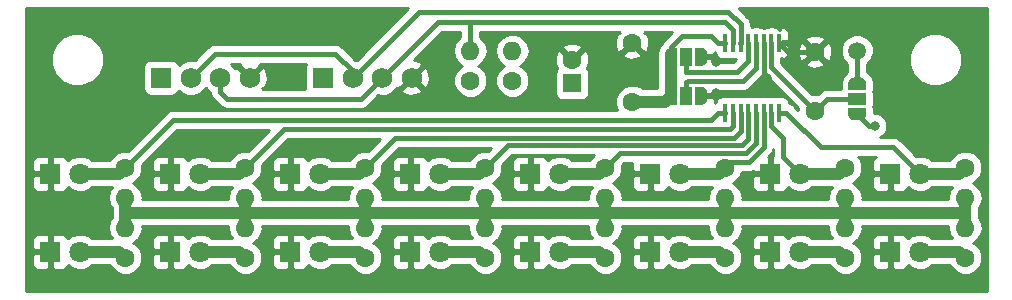
<source format=gbr>
G04 #@! TF.GenerationSoftware,KiCad,Pcbnew,(5.0.0-rc2-63-gd4393b281)*
G04 #@! TF.CreationDate,2018-06-20T09:41:05-07:00*
G04 #@! TF.ProjectId,IRSensorArray,495253656E736F7241727261792E6B69,rev?*
G04 #@! TF.SameCoordinates,Original*
G04 #@! TF.FileFunction,Copper,L1,Top,Signal*
G04 #@! TF.FilePolarity,Positive*
%FSLAX46Y46*%
G04 Gerber Fmt 4.6, Leading zero omitted, Abs format (unit mm)*
G04 Created by KiCad (PCBNEW (5.0.0-rc2-63-gd4393b281)) date 06/20/18 09:41:05*
%MOMM*%
%LPD*%
G01*
G04 APERTURE LIST*
G04 #@! TA.AperFunction,ComponentPad*
%ADD10C,1.600000*%
G04 #@! TD*
G04 #@! TA.AperFunction,ComponentPad*
%ADD11R,1.600000X1.600000*%
G04 #@! TD*
G04 #@! TA.AperFunction,ComponentPad*
%ADD12C,1.800000*%
G04 #@! TD*
G04 #@! TA.AperFunction,ComponentPad*
%ADD13R,1.800000X1.800000*%
G04 #@! TD*
G04 #@! TA.AperFunction,ComponentPad*
%ADD14C,1.500000*%
G04 #@! TD*
G04 #@! TA.AperFunction,ComponentPad*
%ADD15O,1.600000X1.600000*%
G04 #@! TD*
G04 #@! TA.AperFunction,SMDPad,CuDef*
%ADD16R,0.450000X1.500000*%
G04 #@! TD*
G04 #@! TA.AperFunction,ComponentPad*
%ADD17R,1.750000X1.750000*%
G04 #@! TD*
G04 #@! TA.AperFunction,ComponentPad*
%ADD18C,1.750000*%
G04 #@! TD*
G04 #@! TA.AperFunction,Conductor*
%ADD19C,0.100000*%
G04 #@! TD*
G04 #@! TA.AperFunction,SMDPad,CuDef*
%ADD20C,1.000000*%
G04 #@! TD*
G04 #@! TA.AperFunction,SMDPad,CuDef*
%ADD21R,0.500000X1.500000*%
G04 #@! TD*
G04 #@! TA.AperFunction,SMDPad,CuDef*
%ADD22R,1.000000X1.500000*%
G04 #@! TD*
G04 #@! TA.AperFunction,SMDPad,CuDef*
%ADD23R,1.500000X0.500000*%
G04 #@! TD*
G04 #@! TA.AperFunction,SMDPad,CuDef*
%ADD24R,1.500000X1.000000*%
G04 #@! TD*
G04 #@! TA.AperFunction,ViaPad*
%ADD25C,0.800000*%
G04 #@! TD*
G04 #@! TA.AperFunction,Conductor*
%ADD26C,0.400000*%
G04 #@! TD*
G04 #@! TA.AperFunction,Conductor*
%ADD27C,1.000000*%
G04 #@! TD*
G04 #@! TA.AperFunction,Conductor*
%ADD28C,0.254000*%
G04 #@! TD*
G04 APERTURE END LIST*
D10*
G04 #@! TO.P,C1,2*
G04 #@! TO.N,GND*
X176276000Y-91647000D03*
G04 #@! TO.P,C1,1*
G04 #@! TO.N,/REF*
X176276000Y-96647000D03*
G04 #@! TD*
G04 #@! TO.P,C2,2*
G04 #@! TO.N,GND*
X155702000Y-92329000D03*
D11*
G04 #@! TO.P,C2,1*
G04 #@! TO.N,+5V*
X155702000Y-94329000D03*
G04 #@! TD*
D10*
G04 #@! TO.P,C4,1*
G04 #@! TO.N,+5V*
X160782000Y-95885000D03*
G04 #@! TO.P,C4,2*
G04 #@! TO.N,GND*
X160782000Y-90885000D03*
G04 #@! TD*
D12*
G04 #@! TO.P,D1,2*
G04 #@! TO.N,Net-(D1-Pad2)*
X114046000Y-108585000D03*
D13*
G04 #@! TO.P,D1,1*
G04 #@! TO.N,GND*
X111506000Y-108585000D03*
G04 #@! TD*
G04 #@! TO.P,D2,1*
G04 #@! TO.N,GND*
X152146000Y-108585000D03*
D12*
G04 #@! TO.P,D2,2*
G04 #@! TO.N,Net-(D2-Pad2)*
X154686000Y-108585000D03*
G04 #@! TD*
G04 #@! TO.P,D3,2*
G04 #@! TO.N,Net-(D3-Pad2)*
X124206000Y-108585000D03*
D13*
G04 #@! TO.P,D3,1*
G04 #@! TO.N,GND*
X121666000Y-108585000D03*
G04 #@! TD*
G04 #@! TO.P,D4,1*
G04 #@! TO.N,GND*
X162306000Y-108585000D03*
D12*
G04 #@! TO.P,D4,2*
G04 #@! TO.N,Net-(D4-Pad2)*
X164846000Y-108585000D03*
G04 #@! TD*
D13*
G04 #@! TO.P,D5,1*
G04 #@! TO.N,GND*
X131826000Y-108585000D03*
D12*
G04 #@! TO.P,D5,2*
G04 #@! TO.N,Net-(D5-Pad2)*
X134366000Y-108585000D03*
G04 #@! TD*
G04 #@! TO.P,D6,2*
G04 #@! TO.N,Net-(D6-Pad2)*
X175006000Y-108585000D03*
D13*
G04 #@! TO.P,D6,1*
G04 #@! TO.N,GND*
X172466000Y-108585000D03*
G04 #@! TD*
G04 #@! TO.P,D7,1*
G04 #@! TO.N,GND*
X141986000Y-108585000D03*
D12*
G04 #@! TO.P,D7,2*
G04 #@! TO.N,Net-(D7-Pad2)*
X144526000Y-108585000D03*
G04 #@! TD*
D13*
G04 #@! TO.P,D8,1*
G04 #@! TO.N,GND*
X182626000Y-108585000D03*
D12*
G04 #@! TO.P,D8,2*
G04 #@! TO.N,Net-(D8-Pad2)*
X185166000Y-108585000D03*
G04 #@! TD*
D14*
G04 #@! TO.P,J1,1*
G04 #@! TO.N,Net-(J1-Pad1)*
X179832000Y-91567000D03*
G04 #@! TD*
D13*
G04 #@! TO.P,Q1,1*
G04 #@! TO.N,GND*
X111506000Y-101981000D03*
D12*
G04 #@! TO.P,Q1,2*
G04 #@! TO.N,/CH0*
X114046000Y-101981000D03*
G04 #@! TD*
D13*
G04 #@! TO.P,Q2,1*
G04 #@! TO.N,GND*
X152146000Y-101981000D03*
D12*
G04 #@! TO.P,Q2,2*
G04 #@! TO.N,/CH4*
X154686000Y-101981000D03*
G04 #@! TD*
D13*
G04 #@! TO.P,Q3,1*
G04 #@! TO.N,GND*
X121666000Y-101981000D03*
D12*
G04 #@! TO.P,Q3,2*
G04 #@! TO.N,/CH1*
X124206000Y-101981000D03*
G04 #@! TD*
G04 #@! TO.P,Q5,2*
G04 #@! TO.N,/CH2*
X134366000Y-101981000D03*
D13*
G04 #@! TO.P,Q5,1*
G04 #@! TO.N,GND*
X131826000Y-101981000D03*
G04 #@! TD*
D12*
G04 #@! TO.P,Q6,2*
G04 #@! TO.N,/CH6*
X175006000Y-101981000D03*
D13*
G04 #@! TO.P,Q6,1*
G04 #@! TO.N,GND*
X172466000Y-101981000D03*
G04 #@! TD*
D12*
G04 #@! TO.P,Q7,2*
G04 #@! TO.N,/CH3*
X144526000Y-101981000D03*
D13*
G04 #@! TO.P,Q7,1*
G04 #@! TO.N,GND*
X141986000Y-101981000D03*
G04 #@! TD*
D12*
G04 #@! TO.P,Q8,2*
G04 #@! TO.N,/CH7*
X185166000Y-101981000D03*
D13*
G04 #@! TO.P,Q8,1*
G04 #@! TO.N,GND*
X182626000Y-101981000D03*
G04 #@! TD*
D10*
G04 #@! TO.P,R1,1*
G04 #@! TO.N,+5V*
X147066000Y-94107000D03*
D15*
G04 #@! TO.P,R1,2*
G04 #@! TO.N,/SDA*
X147066000Y-91567000D03*
G04 #@! TD*
D10*
G04 #@! TO.P,R2,1*
G04 #@! TO.N,+5V*
X150622000Y-94107000D03*
D15*
G04 #@! TO.P,R2,2*
G04 #@! TO.N,/SCL*
X150622000Y-91567000D03*
G04 #@! TD*
D10*
G04 #@! TO.P,R3,1*
G04 #@! TO.N,Net-(D1-Pad2)*
X117856000Y-109093000D03*
D15*
G04 #@! TO.P,R3,2*
G04 #@! TO.N,+5V*
X117856000Y-106553000D03*
G04 #@! TD*
G04 #@! TO.P,R4,2*
G04 #@! TO.N,+5V*
X117856000Y-104013000D03*
D10*
G04 #@! TO.P,R4,1*
G04 #@! TO.N,/CH0*
X117856000Y-101473000D03*
G04 #@! TD*
D15*
G04 #@! TO.P,R5,2*
G04 #@! TO.N,+5V*
X158496000Y-106553000D03*
D10*
G04 #@! TO.P,R5,1*
G04 #@! TO.N,Net-(D2-Pad2)*
X158496000Y-109093000D03*
G04 #@! TD*
D15*
G04 #@! TO.P,R6,2*
G04 #@! TO.N,+5V*
X158496000Y-104013000D03*
D10*
G04 #@! TO.P,R6,1*
G04 #@! TO.N,/CH4*
X158496000Y-101473000D03*
G04 #@! TD*
G04 #@! TO.P,R7,1*
G04 #@! TO.N,Net-(D3-Pad2)*
X128016000Y-109093000D03*
D15*
G04 #@! TO.P,R7,2*
G04 #@! TO.N,+5V*
X128016000Y-106553000D03*
G04 #@! TD*
G04 #@! TO.P,R8,2*
G04 #@! TO.N,+5V*
X128016000Y-104013000D03*
D10*
G04 #@! TO.P,R8,1*
G04 #@! TO.N,/CH1*
X128016000Y-101473000D03*
G04 #@! TD*
G04 #@! TO.P,R9,1*
G04 #@! TO.N,Net-(D4-Pad2)*
X168656000Y-109093000D03*
D15*
G04 #@! TO.P,R9,2*
G04 #@! TO.N,+5V*
X168656000Y-106553000D03*
G04 #@! TD*
G04 #@! TO.P,R10,2*
G04 #@! TO.N,+5V*
X168656000Y-104013000D03*
D10*
G04 #@! TO.P,R10,1*
G04 #@! TO.N,/CH5*
X168656000Y-101473000D03*
G04 #@! TD*
G04 #@! TO.P,R11,1*
G04 #@! TO.N,Net-(D5-Pad2)*
X138176000Y-109093000D03*
D15*
G04 #@! TO.P,R11,2*
G04 #@! TO.N,+5V*
X138176000Y-106553000D03*
G04 #@! TD*
G04 #@! TO.P,R12,2*
G04 #@! TO.N,+5V*
X138176000Y-104013000D03*
D10*
G04 #@! TO.P,R12,1*
G04 #@! TO.N,/CH2*
X138176000Y-101473000D03*
G04 #@! TD*
G04 #@! TO.P,R13,1*
G04 #@! TO.N,Net-(D6-Pad2)*
X178816000Y-109093000D03*
D15*
G04 #@! TO.P,R13,2*
G04 #@! TO.N,+5V*
X178816000Y-106553000D03*
G04 #@! TD*
G04 #@! TO.P,R14,2*
G04 #@! TO.N,+5V*
X178816000Y-104013000D03*
D10*
G04 #@! TO.P,R14,1*
G04 #@! TO.N,/CH6*
X178816000Y-101473000D03*
G04 #@! TD*
G04 #@! TO.P,R15,1*
G04 #@! TO.N,Net-(D7-Pad2)*
X148336000Y-109093000D03*
D15*
G04 #@! TO.P,R15,2*
G04 #@! TO.N,+5V*
X148336000Y-106553000D03*
G04 #@! TD*
G04 #@! TO.P,R16,2*
G04 #@! TO.N,+5V*
X148336000Y-104013000D03*
D10*
G04 #@! TO.P,R16,1*
G04 #@! TO.N,/CH3*
X148336000Y-101473000D03*
G04 #@! TD*
G04 #@! TO.P,R17,1*
G04 #@! TO.N,Net-(D8-Pad2)*
X188976000Y-109093000D03*
D15*
G04 #@! TO.P,R17,2*
G04 #@! TO.N,+5V*
X188976000Y-106553000D03*
G04 #@! TD*
D10*
G04 #@! TO.P,R18,1*
G04 #@! TO.N,/CH7*
X188976000Y-101473000D03*
D15*
G04 #@! TO.P,R18,2*
G04 #@! TO.N,+5V*
X188976000Y-104013000D03*
G04 #@! TD*
D16*
G04 #@! TO.P,U1,16*
G04 #@! TO.N,+5V*
X168667000Y-90903000D03*
G04 #@! TO.P,U1,15*
G04 #@! TO.N,/SDA*
X169317000Y-90903000D03*
G04 #@! TO.P,U1,14*
G04 #@! TO.N,/SCL*
X169967000Y-90903000D03*
G04 #@! TO.P,U1,13*
G04 #@! TO.N,/SB_1*
X170617000Y-90903000D03*
G04 #@! TO.P,U1,12*
G04 #@! TO.N,/SB_0*
X171267000Y-90903000D03*
G04 #@! TO.P,U1,11*
G04 #@! TO.N,GND*
X171917000Y-90903000D03*
G04 #@! TO.P,U1,10*
G04 #@! TO.N,/REF*
X172567000Y-90903000D03*
G04 #@! TO.P,U1,9*
G04 #@! TO.N,GND*
X173217000Y-90903000D03*
G04 #@! TO.P,U1,8*
G04 #@! TO.N,/CH7*
X173217000Y-96803000D03*
G04 #@! TO.P,U1,7*
G04 #@! TO.N,/CH6*
X172567000Y-96803000D03*
G04 #@! TO.P,U1,6*
G04 #@! TO.N,/CH5*
X171917000Y-96803000D03*
G04 #@! TO.P,U1,5*
G04 #@! TO.N,/CH4*
X171267000Y-96803000D03*
G04 #@! TO.P,U1,4*
G04 #@! TO.N,/CH3*
X170617000Y-96803000D03*
G04 #@! TO.P,U1,3*
G04 #@! TO.N,/CH2*
X169967000Y-96803000D03*
G04 #@! TO.P,U1,2*
G04 #@! TO.N,/CH1*
X169317000Y-96803000D03*
G04 #@! TO.P,U1,1*
G04 #@! TO.N,/CH0*
X168667000Y-96803000D03*
G04 #@! TD*
D17*
G04 #@! TO.P,J2,1*
G04 #@! TO.N,+5V*
X134620000Y-93853000D03*
D18*
G04 #@! TO.P,J2,2*
G04 #@! TO.N,/SCL*
X137120000Y-93853000D03*
G04 #@! TO.P,J2,3*
G04 #@! TO.N,/SDA*
X139620000Y-93853000D03*
G04 #@! TO.P,J2,4*
G04 #@! TO.N,GND*
X142120000Y-93853000D03*
G04 #@! TD*
G04 #@! TO.P,J3,4*
G04 #@! TO.N,GND*
X128404000Y-93853000D03*
G04 #@! TO.P,J3,3*
G04 #@! TO.N,/SDA*
X125904000Y-93853000D03*
G04 #@! TO.P,J3,2*
G04 #@! TO.N,/SCL*
X123404000Y-93853000D03*
D17*
G04 #@! TO.P,J3,1*
G04 #@! TO.N,+5V*
X120904000Y-93853000D03*
G04 #@! TD*
D19*
G04 #@! TO.N,+5V*
G04 #@! TO.C,JP1*
G36*
X164103010Y-94629408D02*
X164151546Y-94636607D01*
X164199143Y-94648530D01*
X164245343Y-94665060D01*
X164289699Y-94686039D01*
X164331786Y-94711265D01*
X164371198Y-94740495D01*
X164407554Y-94773447D01*
X164440506Y-94809803D01*
X164469736Y-94849215D01*
X164494962Y-94891302D01*
X164515941Y-94935658D01*
X164532471Y-94981858D01*
X164544394Y-95029455D01*
X164551593Y-95077991D01*
X164554001Y-95127000D01*
X164554001Y-95627000D01*
X164551593Y-95676009D01*
X164544394Y-95724545D01*
X164532471Y-95772142D01*
X164515941Y-95818342D01*
X164494962Y-95862698D01*
X164469736Y-95904785D01*
X164440506Y-95944197D01*
X164407554Y-95980553D01*
X164371198Y-96013505D01*
X164331786Y-96042735D01*
X164289699Y-96067961D01*
X164245343Y-96088940D01*
X164199143Y-96105470D01*
X164151546Y-96117393D01*
X164103010Y-96124592D01*
X164054001Y-96127000D01*
X164053999Y-96127000D01*
X164004990Y-96124592D01*
X163956454Y-96117393D01*
X163908857Y-96105470D01*
X163862657Y-96088940D01*
X163818301Y-96067961D01*
X163776214Y-96042735D01*
X163736802Y-96013505D01*
X163700446Y-95980553D01*
X163667494Y-95944197D01*
X163638264Y-95904785D01*
X163613038Y-95862698D01*
X163592059Y-95818342D01*
X163575529Y-95772142D01*
X163563606Y-95724545D01*
X163556407Y-95676009D01*
X163553999Y-95627000D01*
X163553999Y-95127000D01*
X163556407Y-95077991D01*
X163563606Y-95029455D01*
X163575529Y-94981858D01*
X163592059Y-94935658D01*
X163613038Y-94891302D01*
X163638264Y-94849215D01*
X163667494Y-94809803D01*
X163700446Y-94773447D01*
X163736802Y-94740495D01*
X163776214Y-94711265D01*
X163818301Y-94686039D01*
X163862657Y-94665060D01*
X163908857Y-94648530D01*
X163956454Y-94636607D01*
X164004990Y-94629408D01*
X164053999Y-94627000D01*
X164054001Y-94627000D01*
X164103010Y-94629408D01*
X164103010Y-94629408D01*
G37*
D20*
G04 #@! TD*
G04 #@! TO.P,JP1,1*
G04 #@! TO.N,+5V*
X164054000Y-95377000D03*
D21*
G04 #@! TO.P,JP1,1*
G04 #@! TO.N,+5V*
X164354000Y-95377000D03*
D22*
G04 #@! TO.P,JP1,2*
G04 #@! TO.N,/SB_0*
X165354000Y-95377000D03*
D19*
G04 #@! TD*
G04 #@! TO.N,GND*
G04 #@! TO.C,JP1*
G36*
X166703010Y-94629408D02*
X166751546Y-94636607D01*
X166799143Y-94648530D01*
X166845343Y-94665060D01*
X166889699Y-94686039D01*
X166931786Y-94711265D01*
X166971198Y-94740495D01*
X167007554Y-94773447D01*
X167040506Y-94809803D01*
X167069736Y-94849215D01*
X167094962Y-94891302D01*
X167115941Y-94935658D01*
X167132471Y-94981858D01*
X167144394Y-95029455D01*
X167151593Y-95077991D01*
X167154001Y-95127000D01*
X167154001Y-95627000D01*
X167151593Y-95676009D01*
X167144394Y-95724545D01*
X167132471Y-95772142D01*
X167115941Y-95818342D01*
X167094962Y-95862698D01*
X167069736Y-95904785D01*
X167040506Y-95944197D01*
X167007554Y-95980553D01*
X166971198Y-96013505D01*
X166931786Y-96042735D01*
X166889699Y-96067961D01*
X166845343Y-96088940D01*
X166799143Y-96105470D01*
X166751546Y-96117393D01*
X166703010Y-96124592D01*
X166654001Y-96127000D01*
X166653999Y-96127000D01*
X166604990Y-96124592D01*
X166556454Y-96117393D01*
X166508857Y-96105470D01*
X166462657Y-96088940D01*
X166418301Y-96067961D01*
X166376214Y-96042735D01*
X166336802Y-96013505D01*
X166300446Y-95980553D01*
X166267494Y-95944197D01*
X166238264Y-95904785D01*
X166213038Y-95862698D01*
X166192059Y-95818342D01*
X166175529Y-95772142D01*
X166163606Y-95724545D01*
X166156407Y-95676009D01*
X166153999Y-95627000D01*
X166153999Y-95127000D01*
X166156407Y-95077991D01*
X166163606Y-95029455D01*
X166175529Y-94981858D01*
X166192059Y-94935658D01*
X166213038Y-94891302D01*
X166238264Y-94849215D01*
X166267494Y-94809803D01*
X166300446Y-94773447D01*
X166336802Y-94740495D01*
X166376214Y-94711265D01*
X166418301Y-94686039D01*
X166462657Y-94665060D01*
X166508857Y-94648530D01*
X166556454Y-94636607D01*
X166604990Y-94629408D01*
X166653999Y-94627000D01*
X166654001Y-94627000D01*
X166703010Y-94629408D01*
X166703010Y-94629408D01*
G37*
D20*
G04 #@! TO.P,JP1,3*
G04 #@! TO.N,GND*
X166654000Y-95377000D03*
D21*
X166354000Y-95377000D03*
G04 #@! TD*
D19*
G04 #@! TO.N,+5V*
G04 #@! TO.C,JP2*
G36*
X180131009Y-96433407D02*
X180179545Y-96440606D01*
X180227142Y-96452529D01*
X180273342Y-96469059D01*
X180317698Y-96490038D01*
X180359785Y-96515264D01*
X180399197Y-96544494D01*
X180435553Y-96577446D01*
X180468505Y-96613802D01*
X180497735Y-96653214D01*
X180522961Y-96695301D01*
X180543940Y-96739657D01*
X180560470Y-96785857D01*
X180572393Y-96833454D01*
X180579592Y-96881990D01*
X180582000Y-96930999D01*
X180582000Y-96931001D01*
X180579592Y-96980010D01*
X180572393Y-97028546D01*
X180560470Y-97076143D01*
X180543940Y-97122343D01*
X180522961Y-97166699D01*
X180497735Y-97208786D01*
X180468505Y-97248198D01*
X180435553Y-97284554D01*
X180399197Y-97317506D01*
X180359785Y-97346736D01*
X180317698Y-97371962D01*
X180273342Y-97392941D01*
X180227142Y-97409471D01*
X180179545Y-97421394D01*
X180131009Y-97428593D01*
X180082000Y-97431001D01*
X179582000Y-97431001D01*
X179532991Y-97428593D01*
X179484455Y-97421394D01*
X179436858Y-97409471D01*
X179390658Y-97392941D01*
X179346302Y-97371962D01*
X179304215Y-97346736D01*
X179264803Y-97317506D01*
X179228447Y-97284554D01*
X179195495Y-97248198D01*
X179166265Y-97208786D01*
X179141039Y-97166699D01*
X179120060Y-97122343D01*
X179103530Y-97076143D01*
X179091607Y-97028546D01*
X179084408Y-96980010D01*
X179082000Y-96931001D01*
X179082000Y-96930999D01*
X179084408Y-96881990D01*
X179091607Y-96833454D01*
X179103530Y-96785857D01*
X179120060Y-96739657D01*
X179141039Y-96695301D01*
X179166265Y-96653214D01*
X179195495Y-96613802D01*
X179228447Y-96577446D01*
X179264803Y-96544494D01*
X179304215Y-96515264D01*
X179346302Y-96490038D01*
X179390658Y-96469059D01*
X179436858Y-96452529D01*
X179484455Y-96440606D01*
X179532991Y-96433407D01*
X179582000Y-96430999D01*
X180082000Y-96430999D01*
X180131009Y-96433407D01*
X180131009Y-96433407D01*
G37*
D20*
G04 #@! TD*
G04 #@! TO.P,JP2,1*
G04 #@! TO.N,+5V*
X179832000Y-96931000D03*
D23*
G04 #@! TO.P,JP2,1*
G04 #@! TO.N,+5V*
X179832000Y-96631000D03*
D24*
G04 #@! TO.P,JP2,2*
G04 #@! TO.N,/REF*
X179832000Y-95631000D03*
D19*
G04 #@! TD*
G04 #@! TO.N,Net-(J1-Pad1)*
G04 #@! TO.C,JP2*
G36*
X180131009Y-93833407D02*
X180179545Y-93840606D01*
X180227142Y-93852529D01*
X180273342Y-93869059D01*
X180317698Y-93890038D01*
X180359785Y-93915264D01*
X180399197Y-93944494D01*
X180435553Y-93977446D01*
X180468505Y-94013802D01*
X180497735Y-94053214D01*
X180522961Y-94095301D01*
X180543940Y-94139657D01*
X180560470Y-94185857D01*
X180572393Y-94233454D01*
X180579592Y-94281990D01*
X180582000Y-94330999D01*
X180582000Y-94331001D01*
X180579592Y-94380010D01*
X180572393Y-94428546D01*
X180560470Y-94476143D01*
X180543940Y-94522343D01*
X180522961Y-94566699D01*
X180497735Y-94608786D01*
X180468505Y-94648198D01*
X180435553Y-94684554D01*
X180399197Y-94717506D01*
X180359785Y-94746736D01*
X180317698Y-94771962D01*
X180273342Y-94792941D01*
X180227142Y-94809471D01*
X180179545Y-94821394D01*
X180131009Y-94828593D01*
X180082000Y-94831001D01*
X179582000Y-94831001D01*
X179532991Y-94828593D01*
X179484455Y-94821394D01*
X179436858Y-94809471D01*
X179390658Y-94792941D01*
X179346302Y-94771962D01*
X179304215Y-94746736D01*
X179264803Y-94717506D01*
X179228447Y-94684554D01*
X179195495Y-94648198D01*
X179166265Y-94608786D01*
X179141039Y-94566699D01*
X179120060Y-94522343D01*
X179103530Y-94476143D01*
X179091607Y-94428546D01*
X179084408Y-94380010D01*
X179082000Y-94331001D01*
X179082000Y-94330999D01*
X179084408Y-94281990D01*
X179091607Y-94233454D01*
X179103530Y-94185857D01*
X179120060Y-94139657D01*
X179141039Y-94095301D01*
X179166265Y-94053214D01*
X179195495Y-94013802D01*
X179228447Y-93977446D01*
X179264803Y-93944494D01*
X179304215Y-93915264D01*
X179346302Y-93890038D01*
X179390658Y-93869059D01*
X179436858Y-93852529D01*
X179484455Y-93840606D01*
X179532991Y-93833407D01*
X179582000Y-93830999D01*
X180082000Y-93830999D01*
X180131009Y-93833407D01*
X180131009Y-93833407D01*
G37*
D20*
G04 #@! TO.P,JP2,3*
G04 #@! TO.N,Net-(J1-Pad1)*
X179832000Y-94331000D03*
D23*
X179832000Y-94631000D03*
G04 #@! TD*
D21*
G04 #@! TO.P,JP3,3*
G04 #@! TO.N,GND*
X166354000Y-92075000D03*
D19*
G04 #@! TD*
G04 #@! TO.N,GND*
G04 #@! TO.C,JP3*
G36*
X166703010Y-91327408D02*
X166751546Y-91334607D01*
X166799143Y-91346530D01*
X166845343Y-91363060D01*
X166889699Y-91384039D01*
X166931786Y-91409265D01*
X166971198Y-91438495D01*
X167007554Y-91471447D01*
X167040506Y-91507803D01*
X167069736Y-91547215D01*
X167094962Y-91589302D01*
X167115941Y-91633658D01*
X167132471Y-91679858D01*
X167144394Y-91727455D01*
X167151593Y-91775991D01*
X167154001Y-91825000D01*
X167154001Y-92325000D01*
X167151593Y-92374009D01*
X167144394Y-92422545D01*
X167132471Y-92470142D01*
X167115941Y-92516342D01*
X167094962Y-92560698D01*
X167069736Y-92602785D01*
X167040506Y-92642197D01*
X167007554Y-92678553D01*
X166971198Y-92711505D01*
X166931786Y-92740735D01*
X166889699Y-92765961D01*
X166845343Y-92786940D01*
X166799143Y-92803470D01*
X166751546Y-92815393D01*
X166703010Y-92822592D01*
X166654001Y-92825000D01*
X166653999Y-92825000D01*
X166604990Y-92822592D01*
X166556454Y-92815393D01*
X166508857Y-92803470D01*
X166462657Y-92786940D01*
X166418301Y-92765961D01*
X166376214Y-92740735D01*
X166336802Y-92711505D01*
X166300446Y-92678553D01*
X166267494Y-92642197D01*
X166238264Y-92602785D01*
X166213038Y-92560698D01*
X166192059Y-92516342D01*
X166175529Y-92470142D01*
X166163606Y-92422545D01*
X166156407Y-92374009D01*
X166153999Y-92325000D01*
X166153999Y-91825000D01*
X166156407Y-91775991D01*
X166163606Y-91727455D01*
X166175529Y-91679858D01*
X166192059Y-91633658D01*
X166213038Y-91589302D01*
X166238264Y-91547215D01*
X166267494Y-91507803D01*
X166300446Y-91471447D01*
X166336802Y-91438495D01*
X166376214Y-91409265D01*
X166418301Y-91384039D01*
X166462657Y-91363060D01*
X166508857Y-91346530D01*
X166556454Y-91334607D01*
X166604990Y-91327408D01*
X166653999Y-91325000D01*
X166654001Y-91325000D01*
X166703010Y-91327408D01*
X166703010Y-91327408D01*
G37*
D20*
G04 #@! TO.P,JP3,3*
G04 #@! TO.N,GND*
X166654000Y-92075000D03*
D22*
G04 #@! TO.P,JP3,2*
G04 #@! TO.N,/SB_1*
X165354000Y-92075000D03*
D21*
G04 #@! TO.P,JP3,1*
G04 #@! TO.N,+5V*
X164354000Y-92075000D03*
D19*
G04 #@! TD*
G04 #@! TO.N,+5V*
G04 #@! TO.C,JP3*
G36*
X164103010Y-91327408D02*
X164151546Y-91334607D01*
X164199143Y-91346530D01*
X164245343Y-91363060D01*
X164289699Y-91384039D01*
X164331786Y-91409265D01*
X164371198Y-91438495D01*
X164407554Y-91471447D01*
X164440506Y-91507803D01*
X164469736Y-91547215D01*
X164494962Y-91589302D01*
X164515941Y-91633658D01*
X164532471Y-91679858D01*
X164544394Y-91727455D01*
X164551593Y-91775991D01*
X164554001Y-91825000D01*
X164554001Y-92325000D01*
X164551593Y-92374009D01*
X164544394Y-92422545D01*
X164532471Y-92470142D01*
X164515941Y-92516342D01*
X164494962Y-92560698D01*
X164469736Y-92602785D01*
X164440506Y-92642197D01*
X164407554Y-92678553D01*
X164371198Y-92711505D01*
X164331786Y-92740735D01*
X164289699Y-92765961D01*
X164245343Y-92786940D01*
X164199143Y-92803470D01*
X164151546Y-92815393D01*
X164103010Y-92822592D01*
X164054001Y-92825000D01*
X164053999Y-92825000D01*
X164004990Y-92822592D01*
X163956454Y-92815393D01*
X163908857Y-92803470D01*
X163862657Y-92786940D01*
X163818301Y-92765961D01*
X163776214Y-92740735D01*
X163736802Y-92711505D01*
X163700446Y-92678553D01*
X163667494Y-92642197D01*
X163638264Y-92602785D01*
X163613038Y-92560698D01*
X163592059Y-92516342D01*
X163575529Y-92470142D01*
X163563606Y-92422545D01*
X163556407Y-92374009D01*
X163553999Y-92325000D01*
X163553999Y-91825000D01*
X163556407Y-91775991D01*
X163563606Y-91727455D01*
X163575529Y-91679858D01*
X163592059Y-91633658D01*
X163613038Y-91589302D01*
X163638264Y-91547215D01*
X163667494Y-91507803D01*
X163700446Y-91471447D01*
X163736802Y-91438495D01*
X163776214Y-91409265D01*
X163818301Y-91384039D01*
X163862657Y-91363060D01*
X163908857Y-91346530D01*
X163956454Y-91334607D01*
X164004990Y-91327408D01*
X164053999Y-91325000D01*
X164054001Y-91325000D01*
X164103010Y-91327408D01*
X164103010Y-91327408D01*
G37*
D20*
G04 #@! TO.P,JP3,1*
G04 #@! TO.N,+5V*
X164054000Y-92075000D03*
G04 #@! TD*
D12*
G04 #@! TO.P,Q4,2*
G04 #@! TO.N,/CH5*
X164846000Y-101981000D03*
D13*
G04 #@! TO.P,Q4,1*
G04 #@! TO.N,GND*
X162306000Y-101981000D03*
G04 #@! TD*
D25*
G04 #@! TO.N,GND*
X172212000Y-93853000D03*
X167894000Y-92545000D03*
X167894000Y-95123000D03*
G04 #@! TO.N,+5V*
X181356000Y-97916998D03*
G04 #@! TD*
D26*
G04 #@! TO.N,GND*
X173961000Y-91647000D02*
X173217000Y-90903000D01*
X176276000Y-91647000D02*
X173961000Y-91647000D01*
X171917000Y-90903000D02*
X171917000Y-93558000D01*
X171917000Y-93558000D02*
X172212000Y-93853000D01*
X166654000Y-92075000D02*
X167424000Y-92075000D01*
X167424000Y-92075000D02*
X167894000Y-92545000D01*
X166654000Y-95377000D02*
X167640000Y-95377000D01*
X167640000Y-95377000D02*
X167894000Y-95123000D01*
G04 #@! TO.N,/REF*
X172567000Y-92938000D02*
X176276000Y-96647000D01*
X172567000Y-90903000D02*
X172567000Y-92938000D01*
X177292000Y-95631000D02*
X179832000Y-95631000D01*
X176276000Y-96647000D02*
X177292000Y-95631000D01*
D27*
G04 #@! TO.N,+5V*
X117856000Y-105283000D02*
X128016000Y-105283000D01*
X128016000Y-105283000D02*
X128016000Y-104013000D01*
X128016000Y-106553000D02*
X128016000Y-105283000D01*
X117856000Y-105283000D02*
X117856000Y-106553000D01*
X117856000Y-104013000D02*
X117856000Y-105283000D01*
X136906000Y-105283000D02*
X138176000Y-105283000D01*
X128016000Y-105283000D02*
X136906000Y-105283000D01*
X138176000Y-106553000D02*
X138176000Y-105283000D01*
X138176000Y-105283000D02*
X138176000Y-104013000D01*
X138176000Y-105283000D02*
X148336000Y-105283000D01*
X148336000Y-106553000D02*
X148336000Y-105283000D01*
X148336000Y-105283000D02*
X148336000Y-104013000D01*
X148336000Y-105283000D02*
X158496000Y-105283000D01*
X158496000Y-106553000D02*
X158496000Y-105283000D01*
X158496000Y-105283000D02*
X158496000Y-104013000D01*
X168402000Y-105283000D02*
X168656000Y-105537000D01*
X158496000Y-105283000D02*
X168402000Y-105283000D01*
X168656000Y-106553000D02*
X168656000Y-105537000D01*
X168656000Y-105537000D02*
X168656000Y-104013000D01*
X188976000Y-105283000D02*
X178816000Y-105283000D01*
X178816000Y-105283000D02*
X178816000Y-104013000D01*
X178816000Y-106553000D02*
X178816000Y-105283000D01*
X188976000Y-105283000D02*
X188976000Y-104013000D01*
X188976000Y-106553000D02*
X188976000Y-105283000D01*
X168910000Y-105283000D02*
X168656000Y-105537000D01*
X178816000Y-105283000D02*
X168910000Y-105283000D01*
X164054000Y-95377000D02*
X164054000Y-92075000D01*
X163546000Y-95885000D02*
X164054000Y-95377000D01*
X160782000Y-95885000D02*
X163546000Y-95885000D01*
D26*
X164054000Y-91225000D02*
X164054000Y-92075000D01*
X164982000Y-90297000D02*
X164054000Y-91225000D01*
X167436000Y-90297000D02*
X164982000Y-90297000D01*
X168042000Y-90903000D02*
X167436000Y-90297000D01*
X168667000Y-90903000D02*
X168042000Y-90903000D01*
X180817998Y-97916998D02*
X181356000Y-97916998D01*
X179832000Y-96931000D02*
X180817998Y-97916998D01*
D27*
G04 #@! TO.N,Net-(D1-Pad2)*
X117348000Y-108585000D02*
X117856000Y-109093000D01*
X114046000Y-108585000D02*
X117348000Y-108585000D01*
G04 #@! TO.N,Net-(D2-Pad2)*
X157988000Y-108585000D02*
X158496000Y-109093000D01*
X154686000Y-108585000D02*
X157988000Y-108585000D01*
G04 #@! TO.N,Net-(D3-Pad2)*
X127508000Y-108585000D02*
X128016000Y-109093000D01*
X124206000Y-108585000D02*
X127508000Y-108585000D01*
G04 #@! TO.N,Net-(D4-Pad2)*
X168148000Y-108585000D02*
X168656000Y-109093000D01*
X164846000Y-108585000D02*
X168148000Y-108585000D01*
G04 #@! TO.N,Net-(D5-Pad2)*
X137668000Y-108585000D02*
X138176000Y-109093000D01*
X134366000Y-108585000D02*
X137668000Y-108585000D01*
G04 #@! TO.N,Net-(D6-Pad2)*
X178308000Y-108585000D02*
X178816000Y-109093000D01*
X175006000Y-108585000D02*
X178308000Y-108585000D01*
G04 #@! TO.N,Net-(D7-Pad2)*
X147828000Y-108585000D02*
X148336000Y-109093000D01*
X144526000Y-108585000D02*
X147828000Y-108585000D01*
G04 #@! TO.N,Net-(D8-Pad2)*
X188468000Y-108585000D02*
X188976000Y-109093000D01*
X185166000Y-108585000D02*
X188468000Y-108585000D01*
D26*
G04 #@! TO.N,Net-(J1-Pad1)*
X179832000Y-94331000D02*
X179832000Y-91567000D01*
G04 #@! TO.N,/SDA*
X144353989Y-89119011D02*
X140494999Y-92978001D01*
X169317000Y-89774542D02*
X168661469Y-89119011D01*
X169317000Y-90903000D02*
X169317000Y-89774542D01*
X140494999Y-92978001D02*
X139620000Y-93853000D01*
X147066000Y-90435630D02*
X147066000Y-89119011D01*
X147066000Y-91567000D02*
X147066000Y-90435630D01*
X168661469Y-89119011D02*
X147066000Y-89119011D01*
X147066000Y-89119011D02*
X144353989Y-89119011D01*
X125904000Y-95090436D02*
X126444564Y-95631000D01*
X125904000Y-93853000D02*
X125904000Y-95090436D01*
X138745001Y-94727999D02*
X139620000Y-93853000D01*
X137842000Y-95631000D02*
X138745001Y-94727999D01*
X126444564Y-95631000D02*
X137842000Y-95631000D01*
G04 #@! TO.N,/SB_0*
X165354000Y-94227000D02*
X165354000Y-95377000D01*
X165474000Y-94107000D02*
X165354000Y-94227000D01*
X170180000Y-94107000D02*
X165474000Y-94107000D01*
X171267000Y-90903000D02*
X171267000Y-93020000D01*
X171267000Y-93020000D02*
X170180000Y-94107000D01*
G04 #@! TO.N,/SB_1*
X170617000Y-92400000D02*
X170617000Y-90903000D01*
X169672000Y-93345000D02*
X170617000Y-92400000D01*
X165354000Y-92075000D02*
X165354000Y-93345000D01*
X165354000Y-93345000D02*
X169672000Y-93345000D01*
D27*
G04 #@! TO.N,/CH0*
X117348000Y-101981000D02*
X117856000Y-101473000D01*
X114046000Y-101981000D02*
X117348000Y-101981000D01*
D26*
X117856000Y-101473000D02*
X121920000Y-97409000D01*
X168042000Y-96803000D02*
X168667000Y-96803000D01*
X167436000Y-97409000D02*
X168042000Y-96803000D01*
X121920000Y-97409000D02*
X167436000Y-97409000D01*
D27*
G04 #@! TO.N,/CH4*
X157988000Y-101981000D02*
X158496000Y-101473000D01*
X154686000Y-101981000D02*
X157988000Y-101981000D01*
D26*
X171267000Y-99370000D02*
X171267000Y-96803000D01*
X170434000Y-100203000D02*
X171267000Y-99370000D01*
X158496000Y-101473000D02*
X159766000Y-100203000D01*
X159766000Y-100203000D02*
X170434000Y-100203000D01*
D27*
G04 #@! TO.N,/CH1*
X127508000Y-101981000D02*
X128016000Y-101473000D01*
X124206000Y-101981000D02*
X127508000Y-101981000D01*
D26*
X131318000Y-98171000D02*
X129032000Y-100457000D01*
X129032000Y-100457000D02*
X128016000Y-101473000D01*
X169099000Y-98171000D02*
X131318000Y-98171000D01*
X169316999Y-97953001D02*
X169099000Y-98171000D01*
X169317000Y-96803000D02*
X169316999Y-97953001D01*
D27*
G04 #@! TO.N,/CH5*
X168148000Y-101981000D02*
X168656000Y-101473000D01*
X164846000Y-101981000D02*
X168148000Y-101981000D01*
D26*
X168656000Y-101473000D02*
X168656000Y-101219000D01*
X171917000Y-99736000D02*
X171917000Y-96803000D01*
X170688000Y-100965000D02*
X171917000Y-99736000D01*
X168656000Y-101473000D02*
X169164000Y-100965000D01*
X169164000Y-100965000D02*
X170688000Y-100965000D01*
D27*
G04 #@! TO.N,/CH2*
X137668000Y-101981000D02*
X138176000Y-101473000D01*
X134366000Y-101981000D02*
X137668000Y-101981000D01*
D26*
X169967000Y-98384000D02*
X169967000Y-96803000D01*
X169418000Y-98933000D02*
X169967000Y-98384000D01*
X140716000Y-98933000D02*
X169418000Y-98933000D01*
X138176000Y-101473000D02*
X140716000Y-98933000D01*
D27*
G04 #@! TO.N,/CH6*
X178308000Y-101981000D02*
X178816000Y-101473000D01*
X175006000Y-101981000D02*
X178308000Y-101981000D01*
D26*
X175006000Y-101981000D02*
X173574011Y-100549011D01*
X173574011Y-98960011D02*
X173574011Y-100549011D01*
X172567000Y-97953000D02*
X173574011Y-98960011D01*
X172567000Y-96803000D02*
X172567000Y-97953000D01*
D27*
G04 #@! TO.N,/CH3*
X147828000Y-101981000D02*
X148336000Y-101473000D01*
X144526000Y-101981000D02*
X147828000Y-101981000D01*
D26*
X170617000Y-99004000D02*
X170617000Y-97953000D01*
X170617000Y-97953000D02*
X170617000Y-96803000D01*
X170087989Y-99533011D02*
X170617000Y-99004000D01*
X150275989Y-99533011D02*
X170087989Y-99533011D01*
X148336000Y-101473000D02*
X150275989Y-99533011D01*
D27*
G04 #@! TO.N,/CH7*
X188468000Y-101981000D02*
X188976000Y-101473000D01*
X185166000Y-101981000D02*
X188468000Y-101981000D01*
D26*
X182880000Y-99695000D02*
X185166000Y-101981000D01*
X176734000Y-99695000D02*
X182880000Y-99695000D01*
X173842000Y-96803000D02*
X176734000Y-99695000D01*
X173217000Y-96803000D02*
X173842000Y-96803000D01*
G04 #@! TO.N,/SCL*
X169942001Y-90878001D02*
X169967000Y-90903000D01*
X142708000Y-88265000D02*
X137120000Y-93853000D01*
X168910000Y-88265000D02*
X142708000Y-88265000D01*
X169967000Y-90903000D02*
X169967000Y-89322000D01*
X169967000Y-89322000D02*
X168910000Y-88265000D01*
X137120000Y-93305000D02*
X137120000Y-93853000D01*
X135636000Y-91821000D02*
X137120000Y-93305000D01*
X123404000Y-93853000D02*
X125436000Y-91821000D01*
X125436000Y-91821000D02*
X135636000Y-91821000D01*
G04 #@! TD*
D28*
G04 #@! TO.N,GND*
G36*
X137440705Y-92351428D02*
X137420358Y-92343000D01*
X137338868Y-92343000D01*
X136284587Y-91288720D01*
X136238001Y-91218999D01*
X135961801Y-91034448D01*
X135718237Y-90986000D01*
X135718233Y-90986000D01*
X135636000Y-90969643D01*
X135553767Y-90986000D01*
X125518237Y-90986000D01*
X125436000Y-90969642D01*
X125353763Y-90986000D01*
X125110199Y-91034448D01*
X124833999Y-91218999D01*
X124787415Y-91288717D01*
X123724705Y-92351428D01*
X123704358Y-92343000D01*
X123103642Y-92343000D01*
X122548654Y-92572884D01*
X122379504Y-92742034D01*
X122377157Y-92730235D01*
X122236809Y-92520191D01*
X122026765Y-92379843D01*
X121779000Y-92330560D01*
X120029000Y-92330560D01*
X119781235Y-92379843D01*
X119571191Y-92520191D01*
X119430843Y-92730235D01*
X119381560Y-92978000D01*
X119381560Y-94728000D01*
X119430843Y-94975765D01*
X119571191Y-95185809D01*
X119781235Y-95326157D01*
X120029000Y-95375440D01*
X121779000Y-95375440D01*
X122026765Y-95326157D01*
X122236809Y-95185809D01*
X122377157Y-94975765D01*
X122379504Y-94963966D01*
X122548654Y-95133116D01*
X123103642Y-95363000D01*
X123704358Y-95363000D01*
X124259346Y-95133116D01*
X124654000Y-94738462D01*
X125048654Y-95133116D01*
X125062253Y-95138749D01*
X125117448Y-95416236D01*
X125159012Y-95478441D01*
X125302000Y-95692437D01*
X125371718Y-95739021D01*
X125795978Y-96163282D01*
X125842563Y-96233001D01*
X126034967Y-96361561D01*
X126118763Y-96417552D01*
X126444564Y-96482358D01*
X126526801Y-96466000D01*
X137759767Y-96466000D01*
X137842000Y-96482357D01*
X137924233Y-96466000D01*
X137924237Y-96466000D01*
X138167801Y-96417552D01*
X138444001Y-96233001D01*
X138490587Y-96163280D01*
X139299296Y-95354573D01*
X139319642Y-95363000D01*
X139920358Y-95363000D01*
X140475346Y-95133116D01*
X140693402Y-94915060D01*
X141237545Y-94915060D01*
X141320884Y-95168953D01*
X141885306Y-95374590D01*
X142485458Y-95348579D01*
X142919116Y-95168953D01*
X143002455Y-94915060D01*
X142120000Y-94032605D01*
X141237545Y-94915060D01*
X140693402Y-94915060D01*
X140900116Y-94708346D01*
X140909121Y-94686606D01*
X141057940Y-94735455D01*
X141940395Y-93853000D01*
X142299605Y-93853000D01*
X143182060Y-94735455D01*
X143435953Y-94652116D01*
X143641590Y-94087694D01*
X143615579Y-93487542D01*
X143435953Y-93053884D01*
X143182060Y-92970545D01*
X142299605Y-93853000D01*
X141940395Y-93853000D01*
X141926253Y-93838858D01*
X142105858Y-93659253D01*
X142120000Y-93673395D01*
X143002455Y-92790940D01*
X142919116Y-92537047D01*
X142354694Y-92331410D01*
X142320997Y-92332870D01*
X144699857Y-89954011D01*
X146231000Y-89954011D01*
X146231000Y-90399070D01*
X146031423Y-90532423D01*
X145714260Y-91007091D01*
X145602887Y-91567000D01*
X145714260Y-92126909D01*
X146031423Y-92601577D01*
X146383168Y-92836606D01*
X146253138Y-92890466D01*
X145849466Y-93294138D01*
X145631000Y-93821561D01*
X145631000Y-94392439D01*
X145849466Y-94919862D01*
X146253138Y-95323534D01*
X146780561Y-95542000D01*
X147351439Y-95542000D01*
X147878862Y-95323534D01*
X148282534Y-94919862D01*
X148501000Y-94392439D01*
X148501000Y-93821561D01*
X148282534Y-93294138D01*
X147878862Y-92890466D01*
X147748832Y-92836606D01*
X148100577Y-92601577D01*
X148417740Y-92126909D01*
X148529113Y-91567000D01*
X149158887Y-91567000D01*
X149270260Y-92126909D01*
X149587423Y-92601577D01*
X149939168Y-92836606D01*
X149809138Y-92890466D01*
X149405466Y-93294138D01*
X149187000Y-93821561D01*
X149187000Y-94392439D01*
X149405466Y-94919862D01*
X149809138Y-95323534D01*
X150336561Y-95542000D01*
X150907439Y-95542000D01*
X151434862Y-95323534D01*
X151838534Y-94919862D01*
X152057000Y-94392439D01*
X152057000Y-93821561D01*
X151935818Y-93529000D01*
X154254560Y-93529000D01*
X154254560Y-95129000D01*
X154303843Y-95376765D01*
X154444191Y-95586809D01*
X154654235Y-95727157D01*
X154902000Y-95776440D01*
X156502000Y-95776440D01*
X156749765Y-95727157D01*
X156959809Y-95586809D01*
X157100157Y-95376765D01*
X157149440Y-95129000D01*
X157149440Y-93529000D01*
X157100157Y-93281235D01*
X156960005Y-93071484D01*
X157148965Y-92545777D01*
X157121778Y-91975546D01*
X157087481Y-91892745D01*
X159953861Y-91892745D01*
X160027995Y-92138864D01*
X160565223Y-92331965D01*
X161135454Y-92304778D01*
X161536005Y-92138864D01*
X161610139Y-91892745D01*
X160782000Y-91064605D01*
X159953861Y-91892745D01*
X157087481Y-91892745D01*
X156955864Y-91574995D01*
X156709745Y-91500861D01*
X155881605Y-92329000D01*
X155895748Y-92343142D01*
X155716143Y-92522748D01*
X155702000Y-92508605D01*
X155687858Y-92522748D01*
X155508252Y-92343142D01*
X155522395Y-92329000D01*
X154694255Y-91500861D01*
X154448136Y-91574995D01*
X154255035Y-92112223D01*
X154282222Y-92682454D01*
X154443605Y-93072067D01*
X154303843Y-93281235D01*
X154254560Y-93529000D01*
X151935818Y-93529000D01*
X151838534Y-93294138D01*
X151434862Y-92890466D01*
X151304832Y-92836606D01*
X151656577Y-92601577D01*
X151973740Y-92126909D01*
X152085113Y-91567000D01*
X152036232Y-91321255D01*
X154873861Y-91321255D01*
X155702000Y-92149395D01*
X156530139Y-91321255D01*
X156456005Y-91075136D01*
X155918777Y-90882035D01*
X155348546Y-90909222D01*
X154947995Y-91075136D01*
X154873861Y-91321255D01*
X152036232Y-91321255D01*
X151973740Y-91007091D01*
X151656577Y-90532423D01*
X151181909Y-90215260D01*
X150763333Y-90132000D01*
X150480667Y-90132000D01*
X150062091Y-90215260D01*
X149587423Y-90532423D01*
X149270260Y-91007091D01*
X149158887Y-91567000D01*
X148529113Y-91567000D01*
X148417740Y-91007091D01*
X148100577Y-90532423D01*
X147901000Y-90399070D01*
X147901000Y-89954011D01*
X159671403Y-89954011D01*
X159774253Y-90056861D01*
X159528136Y-90130995D01*
X159335035Y-90668223D01*
X159362222Y-91238454D01*
X159528136Y-91639005D01*
X159774255Y-91713139D01*
X160602395Y-90885000D01*
X160588252Y-90870858D01*
X160767858Y-90691252D01*
X160782000Y-90705395D01*
X160796142Y-90691252D01*
X160975748Y-90870858D01*
X160961605Y-90885000D01*
X161789745Y-91713139D01*
X162035864Y-91639005D01*
X162228965Y-91101777D01*
X162201778Y-90531546D01*
X162035864Y-90130995D01*
X161789747Y-90056861D01*
X161892597Y-89954011D01*
X164144121Y-89954011D01*
X163521720Y-90576413D01*
X163451999Y-90622999D01*
X163267448Y-90899200D01*
X163244999Y-91012058D01*
X163242636Y-91013637D01*
X162993903Y-91385894D01*
X162906559Y-91825000D01*
X162906559Y-92325000D01*
X162919001Y-92387549D01*
X162919000Y-94750000D01*
X161676396Y-94750000D01*
X161594862Y-94668466D01*
X161067439Y-94450000D01*
X160496561Y-94450000D01*
X159969138Y-94668466D01*
X159565466Y-95072138D01*
X159347000Y-95599561D01*
X159347000Y-96170439D01*
X159514161Y-96574000D01*
X122002237Y-96574000D01*
X121920000Y-96557642D01*
X121837763Y-96574000D01*
X121594199Y-96622448D01*
X121317999Y-96806999D01*
X121271415Y-96876717D01*
X118110133Y-100038000D01*
X117570561Y-100038000D01*
X117043138Y-100256466D01*
X116639466Y-100660138D01*
X116562479Y-100846000D01*
X115081817Y-100846000D01*
X114915507Y-100679690D01*
X114351330Y-100446000D01*
X113740670Y-100446000D01*
X113176493Y-100679690D01*
X113000139Y-100856044D01*
X112944327Y-100721301D01*
X112765698Y-100542673D01*
X112532309Y-100446000D01*
X111791750Y-100446000D01*
X111633000Y-100604750D01*
X111633000Y-101854000D01*
X111653000Y-101854000D01*
X111653000Y-102108000D01*
X111633000Y-102108000D01*
X111633000Y-103357250D01*
X111791750Y-103516000D01*
X112532309Y-103516000D01*
X112765698Y-103419327D01*
X112944327Y-103240699D01*
X113000139Y-103105956D01*
X113176493Y-103282310D01*
X113740670Y-103516000D01*
X114351330Y-103516000D01*
X114915507Y-103282310D01*
X115081817Y-103116000D01*
X116729497Y-103116000D01*
X116504260Y-103453091D01*
X116392887Y-104013000D01*
X116504260Y-104572909D01*
X116721000Y-104897283D01*
X116721000Y-105171217D01*
X116698765Y-105283000D01*
X116721000Y-105394782D01*
X116721000Y-105668717D01*
X116504260Y-105993091D01*
X116392887Y-106553000D01*
X116504260Y-107112909D01*
X116729497Y-107450000D01*
X115081817Y-107450000D01*
X114915507Y-107283690D01*
X114351330Y-107050000D01*
X113740670Y-107050000D01*
X113176493Y-107283690D01*
X113000139Y-107460044D01*
X112944327Y-107325301D01*
X112765698Y-107146673D01*
X112532309Y-107050000D01*
X111791750Y-107050000D01*
X111633000Y-107208750D01*
X111633000Y-108458000D01*
X111653000Y-108458000D01*
X111653000Y-108712000D01*
X111633000Y-108712000D01*
X111633000Y-109961250D01*
X111791750Y-110120000D01*
X112532309Y-110120000D01*
X112765698Y-110023327D01*
X112944327Y-109844699D01*
X113000139Y-109709956D01*
X113176493Y-109886310D01*
X113740670Y-110120000D01*
X114351330Y-110120000D01*
X114915507Y-109886310D01*
X115081817Y-109720000D01*
X116562479Y-109720000D01*
X116639466Y-109905862D01*
X117043138Y-110309534D01*
X117570561Y-110528000D01*
X118141439Y-110528000D01*
X118668862Y-110309534D01*
X119072534Y-109905862D01*
X119291000Y-109378439D01*
X119291000Y-108870750D01*
X120131000Y-108870750D01*
X120131000Y-109611310D01*
X120227673Y-109844699D01*
X120406302Y-110023327D01*
X120639691Y-110120000D01*
X121380250Y-110120000D01*
X121539000Y-109961250D01*
X121539000Y-108712000D01*
X120289750Y-108712000D01*
X120131000Y-108870750D01*
X119291000Y-108870750D01*
X119291000Y-108807561D01*
X119072534Y-108280138D01*
X118668862Y-107876466D01*
X118538832Y-107822606D01*
X118890577Y-107587577D01*
X118909878Y-107558690D01*
X120131000Y-107558690D01*
X120131000Y-108299250D01*
X120289750Y-108458000D01*
X121539000Y-108458000D01*
X121539000Y-107208750D01*
X121380250Y-107050000D01*
X120639691Y-107050000D01*
X120406302Y-107146673D01*
X120227673Y-107325301D01*
X120131000Y-107558690D01*
X118909878Y-107558690D01*
X119207740Y-107112909D01*
X119319113Y-106553000D01*
X119292260Y-106418000D01*
X126579740Y-106418000D01*
X126552887Y-106553000D01*
X126664260Y-107112909D01*
X126889497Y-107450000D01*
X125241817Y-107450000D01*
X125075507Y-107283690D01*
X124511330Y-107050000D01*
X123900670Y-107050000D01*
X123336493Y-107283690D01*
X123160139Y-107460044D01*
X123104327Y-107325301D01*
X122925698Y-107146673D01*
X122692309Y-107050000D01*
X121951750Y-107050000D01*
X121793000Y-107208750D01*
X121793000Y-108458000D01*
X121813000Y-108458000D01*
X121813000Y-108712000D01*
X121793000Y-108712000D01*
X121793000Y-109961250D01*
X121951750Y-110120000D01*
X122692309Y-110120000D01*
X122925698Y-110023327D01*
X123104327Y-109844699D01*
X123160139Y-109709956D01*
X123336493Y-109886310D01*
X123900670Y-110120000D01*
X124511330Y-110120000D01*
X125075507Y-109886310D01*
X125241817Y-109720000D01*
X126722479Y-109720000D01*
X126799466Y-109905862D01*
X127203138Y-110309534D01*
X127730561Y-110528000D01*
X128301439Y-110528000D01*
X128828862Y-110309534D01*
X129232534Y-109905862D01*
X129451000Y-109378439D01*
X129451000Y-108870750D01*
X130291000Y-108870750D01*
X130291000Y-109611310D01*
X130387673Y-109844699D01*
X130566302Y-110023327D01*
X130799691Y-110120000D01*
X131540250Y-110120000D01*
X131699000Y-109961250D01*
X131699000Y-108712000D01*
X130449750Y-108712000D01*
X130291000Y-108870750D01*
X129451000Y-108870750D01*
X129451000Y-108807561D01*
X129232534Y-108280138D01*
X128828862Y-107876466D01*
X128698832Y-107822606D01*
X129050577Y-107587577D01*
X129069878Y-107558690D01*
X130291000Y-107558690D01*
X130291000Y-108299250D01*
X130449750Y-108458000D01*
X131699000Y-108458000D01*
X131699000Y-107208750D01*
X131540250Y-107050000D01*
X130799691Y-107050000D01*
X130566302Y-107146673D01*
X130387673Y-107325301D01*
X130291000Y-107558690D01*
X129069878Y-107558690D01*
X129367740Y-107112909D01*
X129479113Y-106553000D01*
X129452260Y-106418000D01*
X136739740Y-106418000D01*
X136712887Y-106553000D01*
X136824260Y-107112909D01*
X137049497Y-107450000D01*
X135401817Y-107450000D01*
X135235507Y-107283690D01*
X134671330Y-107050000D01*
X134060670Y-107050000D01*
X133496493Y-107283690D01*
X133320139Y-107460044D01*
X133264327Y-107325301D01*
X133085698Y-107146673D01*
X132852309Y-107050000D01*
X132111750Y-107050000D01*
X131953000Y-107208750D01*
X131953000Y-108458000D01*
X131973000Y-108458000D01*
X131973000Y-108712000D01*
X131953000Y-108712000D01*
X131953000Y-109961250D01*
X132111750Y-110120000D01*
X132852309Y-110120000D01*
X133085698Y-110023327D01*
X133264327Y-109844699D01*
X133320139Y-109709956D01*
X133496493Y-109886310D01*
X134060670Y-110120000D01*
X134671330Y-110120000D01*
X135235507Y-109886310D01*
X135401817Y-109720000D01*
X136882479Y-109720000D01*
X136959466Y-109905862D01*
X137363138Y-110309534D01*
X137890561Y-110528000D01*
X138461439Y-110528000D01*
X138988862Y-110309534D01*
X139392534Y-109905862D01*
X139611000Y-109378439D01*
X139611000Y-108870750D01*
X140451000Y-108870750D01*
X140451000Y-109611310D01*
X140547673Y-109844699D01*
X140726302Y-110023327D01*
X140959691Y-110120000D01*
X141700250Y-110120000D01*
X141859000Y-109961250D01*
X141859000Y-108712000D01*
X140609750Y-108712000D01*
X140451000Y-108870750D01*
X139611000Y-108870750D01*
X139611000Y-108807561D01*
X139392534Y-108280138D01*
X138988862Y-107876466D01*
X138858832Y-107822606D01*
X139210577Y-107587577D01*
X139229878Y-107558690D01*
X140451000Y-107558690D01*
X140451000Y-108299250D01*
X140609750Y-108458000D01*
X141859000Y-108458000D01*
X141859000Y-107208750D01*
X141700250Y-107050000D01*
X140959691Y-107050000D01*
X140726302Y-107146673D01*
X140547673Y-107325301D01*
X140451000Y-107558690D01*
X139229878Y-107558690D01*
X139527740Y-107112909D01*
X139639113Y-106553000D01*
X139612260Y-106418000D01*
X146899740Y-106418000D01*
X146872887Y-106553000D01*
X146984260Y-107112909D01*
X147209497Y-107450000D01*
X145561817Y-107450000D01*
X145395507Y-107283690D01*
X144831330Y-107050000D01*
X144220670Y-107050000D01*
X143656493Y-107283690D01*
X143480139Y-107460044D01*
X143424327Y-107325301D01*
X143245698Y-107146673D01*
X143012309Y-107050000D01*
X142271750Y-107050000D01*
X142113000Y-107208750D01*
X142113000Y-108458000D01*
X142133000Y-108458000D01*
X142133000Y-108712000D01*
X142113000Y-108712000D01*
X142113000Y-109961250D01*
X142271750Y-110120000D01*
X143012309Y-110120000D01*
X143245698Y-110023327D01*
X143424327Y-109844699D01*
X143480139Y-109709956D01*
X143656493Y-109886310D01*
X144220670Y-110120000D01*
X144831330Y-110120000D01*
X145395507Y-109886310D01*
X145561817Y-109720000D01*
X147042479Y-109720000D01*
X147119466Y-109905862D01*
X147523138Y-110309534D01*
X148050561Y-110528000D01*
X148621439Y-110528000D01*
X149148862Y-110309534D01*
X149552534Y-109905862D01*
X149771000Y-109378439D01*
X149771000Y-108870750D01*
X150611000Y-108870750D01*
X150611000Y-109611310D01*
X150707673Y-109844699D01*
X150886302Y-110023327D01*
X151119691Y-110120000D01*
X151860250Y-110120000D01*
X152019000Y-109961250D01*
X152019000Y-108712000D01*
X150769750Y-108712000D01*
X150611000Y-108870750D01*
X149771000Y-108870750D01*
X149771000Y-108807561D01*
X149552534Y-108280138D01*
X149148862Y-107876466D01*
X149018832Y-107822606D01*
X149370577Y-107587577D01*
X149389878Y-107558690D01*
X150611000Y-107558690D01*
X150611000Y-108299250D01*
X150769750Y-108458000D01*
X152019000Y-108458000D01*
X152019000Y-107208750D01*
X151860250Y-107050000D01*
X151119691Y-107050000D01*
X150886302Y-107146673D01*
X150707673Y-107325301D01*
X150611000Y-107558690D01*
X149389878Y-107558690D01*
X149687740Y-107112909D01*
X149799113Y-106553000D01*
X149772260Y-106418000D01*
X157059740Y-106418000D01*
X157032887Y-106553000D01*
X157144260Y-107112909D01*
X157369497Y-107450000D01*
X155721817Y-107450000D01*
X155555507Y-107283690D01*
X154991330Y-107050000D01*
X154380670Y-107050000D01*
X153816493Y-107283690D01*
X153640139Y-107460044D01*
X153584327Y-107325301D01*
X153405698Y-107146673D01*
X153172309Y-107050000D01*
X152431750Y-107050000D01*
X152273000Y-107208750D01*
X152273000Y-108458000D01*
X152293000Y-108458000D01*
X152293000Y-108712000D01*
X152273000Y-108712000D01*
X152273000Y-109961250D01*
X152431750Y-110120000D01*
X153172309Y-110120000D01*
X153405698Y-110023327D01*
X153584327Y-109844699D01*
X153640139Y-109709956D01*
X153816493Y-109886310D01*
X154380670Y-110120000D01*
X154991330Y-110120000D01*
X155555507Y-109886310D01*
X155721817Y-109720000D01*
X157202479Y-109720000D01*
X157279466Y-109905862D01*
X157683138Y-110309534D01*
X158210561Y-110528000D01*
X158781439Y-110528000D01*
X159308862Y-110309534D01*
X159712534Y-109905862D01*
X159931000Y-109378439D01*
X159931000Y-108870750D01*
X160771000Y-108870750D01*
X160771000Y-109611310D01*
X160867673Y-109844699D01*
X161046302Y-110023327D01*
X161279691Y-110120000D01*
X162020250Y-110120000D01*
X162179000Y-109961250D01*
X162179000Y-108712000D01*
X160929750Y-108712000D01*
X160771000Y-108870750D01*
X159931000Y-108870750D01*
X159931000Y-108807561D01*
X159712534Y-108280138D01*
X159308862Y-107876466D01*
X159178832Y-107822606D01*
X159530577Y-107587577D01*
X159549878Y-107558690D01*
X160771000Y-107558690D01*
X160771000Y-108299250D01*
X160929750Y-108458000D01*
X162179000Y-108458000D01*
X162179000Y-107208750D01*
X162020250Y-107050000D01*
X161279691Y-107050000D01*
X161046302Y-107146673D01*
X160867673Y-107325301D01*
X160771000Y-107558690D01*
X159549878Y-107558690D01*
X159847740Y-107112909D01*
X159959113Y-106553000D01*
X159932260Y-106418000D01*
X167219740Y-106418000D01*
X167192887Y-106553000D01*
X167304260Y-107112909D01*
X167529497Y-107450000D01*
X165881817Y-107450000D01*
X165715507Y-107283690D01*
X165151330Y-107050000D01*
X164540670Y-107050000D01*
X163976493Y-107283690D01*
X163800139Y-107460044D01*
X163744327Y-107325301D01*
X163565698Y-107146673D01*
X163332309Y-107050000D01*
X162591750Y-107050000D01*
X162433000Y-107208750D01*
X162433000Y-108458000D01*
X162453000Y-108458000D01*
X162453000Y-108712000D01*
X162433000Y-108712000D01*
X162433000Y-109961250D01*
X162591750Y-110120000D01*
X163332309Y-110120000D01*
X163565698Y-110023327D01*
X163744327Y-109844699D01*
X163800139Y-109709956D01*
X163976493Y-109886310D01*
X164540670Y-110120000D01*
X165151330Y-110120000D01*
X165715507Y-109886310D01*
X165881817Y-109720000D01*
X167362479Y-109720000D01*
X167439466Y-109905862D01*
X167843138Y-110309534D01*
X168370561Y-110528000D01*
X168941439Y-110528000D01*
X169468862Y-110309534D01*
X169872534Y-109905862D01*
X170091000Y-109378439D01*
X170091000Y-108870750D01*
X170931000Y-108870750D01*
X170931000Y-109611310D01*
X171027673Y-109844699D01*
X171206302Y-110023327D01*
X171439691Y-110120000D01*
X172180250Y-110120000D01*
X172339000Y-109961250D01*
X172339000Y-108712000D01*
X171089750Y-108712000D01*
X170931000Y-108870750D01*
X170091000Y-108870750D01*
X170091000Y-108807561D01*
X169872534Y-108280138D01*
X169468862Y-107876466D01*
X169338832Y-107822606D01*
X169690577Y-107587577D01*
X169709878Y-107558690D01*
X170931000Y-107558690D01*
X170931000Y-108299250D01*
X171089750Y-108458000D01*
X172339000Y-108458000D01*
X172339000Y-107208750D01*
X172180250Y-107050000D01*
X171439691Y-107050000D01*
X171206302Y-107146673D01*
X171027673Y-107325301D01*
X170931000Y-107558690D01*
X169709878Y-107558690D01*
X170007740Y-107112909D01*
X170119113Y-106553000D01*
X170092260Y-106418000D01*
X177379740Y-106418000D01*
X177352887Y-106553000D01*
X177464260Y-107112909D01*
X177689497Y-107450000D01*
X176041817Y-107450000D01*
X175875507Y-107283690D01*
X175311330Y-107050000D01*
X174700670Y-107050000D01*
X174136493Y-107283690D01*
X173960139Y-107460044D01*
X173904327Y-107325301D01*
X173725698Y-107146673D01*
X173492309Y-107050000D01*
X172751750Y-107050000D01*
X172593000Y-107208750D01*
X172593000Y-108458000D01*
X172613000Y-108458000D01*
X172613000Y-108712000D01*
X172593000Y-108712000D01*
X172593000Y-109961250D01*
X172751750Y-110120000D01*
X173492309Y-110120000D01*
X173725698Y-110023327D01*
X173904327Y-109844699D01*
X173960139Y-109709956D01*
X174136493Y-109886310D01*
X174700670Y-110120000D01*
X175311330Y-110120000D01*
X175875507Y-109886310D01*
X176041817Y-109720000D01*
X177522479Y-109720000D01*
X177599466Y-109905862D01*
X178003138Y-110309534D01*
X178530561Y-110528000D01*
X179101439Y-110528000D01*
X179628862Y-110309534D01*
X180032534Y-109905862D01*
X180251000Y-109378439D01*
X180251000Y-108870750D01*
X181091000Y-108870750D01*
X181091000Y-109611310D01*
X181187673Y-109844699D01*
X181366302Y-110023327D01*
X181599691Y-110120000D01*
X182340250Y-110120000D01*
X182499000Y-109961250D01*
X182499000Y-108712000D01*
X181249750Y-108712000D01*
X181091000Y-108870750D01*
X180251000Y-108870750D01*
X180251000Y-108807561D01*
X180032534Y-108280138D01*
X179628862Y-107876466D01*
X179498832Y-107822606D01*
X179850577Y-107587577D01*
X179869878Y-107558690D01*
X181091000Y-107558690D01*
X181091000Y-108299250D01*
X181249750Y-108458000D01*
X182499000Y-108458000D01*
X182499000Y-107208750D01*
X182340250Y-107050000D01*
X181599691Y-107050000D01*
X181366302Y-107146673D01*
X181187673Y-107325301D01*
X181091000Y-107558690D01*
X179869878Y-107558690D01*
X180167740Y-107112909D01*
X180279113Y-106553000D01*
X180252260Y-106418000D01*
X187539740Y-106418000D01*
X187512887Y-106553000D01*
X187624260Y-107112909D01*
X187849497Y-107450000D01*
X186201817Y-107450000D01*
X186035507Y-107283690D01*
X185471330Y-107050000D01*
X184860670Y-107050000D01*
X184296493Y-107283690D01*
X184120139Y-107460044D01*
X184064327Y-107325301D01*
X183885698Y-107146673D01*
X183652309Y-107050000D01*
X182911750Y-107050000D01*
X182753000Y-107208750D01*
X182753000Y-108458000D01*
X182773000Y-108458000D01*
X182773000Y-108712000D01*
X182753000Y-108712000D01*
X182753000Y-109961250D01*
X182911750Y-110120000D01*
X183652309Y-110120000D01*
X183885698Y-110023327D01*
X184064327Y-109844699D01*
X184120139Y-109709956D01*
X184296493Y-109886310D01*
X184860670Y-110120000D01*
X185471330Y-110120000D01*
X186035507Y-109886310D01*
X186201817Y-109720000D01*
X187682479Y-109720000D01*
X187759466Y-109905862D01*
X188163138Y-110309534D01*
X188690561Y-110528000D01*
X189261439Y-110528000D01*
X189788862Y-110309534D01*
X190192534Y-109905862D01*
X190411000Y-109378439D01*
X190411000Y-108807561D01*
X190192534Y-108280138D01*
X189788862Y-107876466D01*
X189658832Y-107822606D01*
X190010577Y-107587577D01*
X190327740Y-107112909D01*
X190439113Y-106553000D01*
X190327740Y-105993091D01*
X190111000Y-105668717D01*
X190111000Y-105394782D01*
X190133235Y-105283000D01*
X190111000Y-105171217D01*
X190111000Y-104897283D01*
X190327740Y-104572909D01*
X190439113Y-104013000D01*
X190327740Y-103453091D01*
X190010577Y-102978423D01*
X189658832Y-102743394D01*
X189788862Y-102689534D01*
X190192534Y-102285862D01*
X190411000Y-101758439D01*
X190411000Y-101187561D01*
X190192534Y-100660138D01*
X189788862Y-100256466D01*
X189261439Y-100038000D01*
X188690561Y-100038000D01*
X188163138Y-100256466D01*
X187759466Y-100660138D01*
X187682479Y-100846000D01*
X186201817Y-100846000D01*
X186035507Y-100679690D01*
X185471330Y-100446000D01*
X184860670Y-100446000D01*
X184826161Y-100460294D01*
X183528587Y-99162720D01*
X183482001Y-99092999D01*
X183205801Y-98908448D01*
X182962237Y-98860000D01*
X182962233Y-98860000D01*
X182880000Y-98843643D01*
X182797767Y-98860000D01*
X181783977Y-98860000D01*
X181942280Y-98794429D01*
X182233431Y-98503278D01*
X182391000Y-98122872D01*
X182391000Y-97711124D01*
X182233431Y-97330718D01*
X181942280Y-97039567D01*
X181561874Y-96881998D01*
X181229241Y-96881998D01*
X181229440Y-96881000D01*
X181229440Y-96381000D01*
X181204576Y-96256000D01*
X181229440Y-96131000D01*
X181229440Y-95131000D01*
X181204576Y-95006000D01*
X181229440Y-94881000D01*
X181229440Y-94381000D01*
X181224467Y-94356000D01*
X181229440Y-94331001D01*
X181229440Y-94330999D01*
X181142096Y-93891893D01*
X180893363Y-93519636D01*
X180667000Y-93368386D01*
X180667000Y-92690687D01*
X181006147Y-92351540D01*
X181199629Y-91884431D01*
X184201000Y-91884431D01*
X184201000Y-92773569D01*
X184541259Y-93595026D01*
X185169974Y-94223741D01*
X185991431Y-94564000D01*
X186880569Y-94564000D01*
X187702026Y-94223741D01*
X188330741Y-93595026D01*
X188671000Y-92773569D01*
X188671000Y-91884431D01*
X188330741Y-91062974D01*
X187702026Y-90434259D01*
X186880569Y-90094000D01*
X185991431Y-90094000D01*
X185169974Y-90434259D01*
X184541259Y-91062974D01*
X184201000Y-91884431D01*
X181199629Y-91884431D01*
X181217000Y-91842494D01*
X181217000Y-91291506D01*
X181006147Y-90782460D01*
X180616540Y-90392853D01*
X180107494Y-90182000D01*
X179556506Y-90182000D01*
X179047460Y-90392853D01*
X178657853Y-90782460D01*
X178447000Y-91291506D01*
X178447000Y-91842494D01*
X178657853Y-92351540D01*
X178997001Y-92690688D01*
X178997000Y-93368386D01*
X178770637Y-93519636D01*
X178521904Y-93891893D01*
X178434560Y-94330999D01*
X178434560Y-94331001D01*
X178439533Y-94356000D01*
X178434560Y-94381000D01*
X178434560Y-94796000D01*
X177374233Y-94796000D01*
X177292000Y-94779643D01*
X177209767Y-94796000D01*
X177209763Y-94796000D01*
X176966199Y-94844448D01*
X176689999Y-95028999D01*
X176643416Y-95098716D01*
X176530132Y-95212000D01*
X176021868Y-95212000D01*
X173464613Y-92654745D01*
X175447861Y-92654745D01*
X175521995Y-92900864D01*
X176059223Y-93093965D01*
X176629454Y-93066778D01*
X177030005Y-92900864D01*
X177104139Y-92654745D01*
X176276000Y-91826605D01*
X175447861Y-92654745D01*
X173464613Y-92654745D01*
X173402000Y-92592133D01*
X173402000Y-92201750D01*
X173488250Y-92288000D01*
X173568310Y-92288000D01*
X173801699Y-92191327D01*
X173980327Y-92012698D01*
X174077000Y-91779309D01*
X174077000Y-91430223D01*
X174829035Y-91430223D01*
X174856222Y-92000454D01*
X175022136Y-92401005D01*
X175268255Y-92475139D01*
X176096395Y-91647000D01*
X176455605Y-91647000D01*
X177283745Y-92475139D01*
X177529864Y-92401005D01*
X177722965Y-91863777D01*
X177695778Y-91293546D01*
X177529864Y-90892995D01*
X177283745Y-90818861D01*
X176455605Y-91647000D01*
X176096395Y-91647000D01*
X175268255Y-90818861D01*
X175022136Y-90892995D01*
X174829035Y-91430223D01*
X174077000Y-91430223D01*
X174077000Y-91188750D01*
X173918250Y-91030000D01*
X173439440Y-91030000D01*
X173439440Y-90776000D01*
X173918250Y-90776000D01*
X174054995Y-90639255D01*
X175447861Y-90639255D01*
X176276000Y-91467395D01*
X177104139Y-90639255D01*
X177030005Y-90393136D01*
X176492777Y-90200035D01*
X175922546Y-90227222D01*
X175521995Y-90393136D01*
X175447861Y-90639255D01*
X174054995Y-90639255D01*
X174077000Y-90617250D01*
X174077000Y-90026691D01*
X173980327Y-89793302D01*
X173801699Y-89614673D01*
X173568310Y-89518000D01*
X173488250Y-89518000D01*
X173329500Y-89676750D01*
X173329500Y-89814456D01*
X173249809Y-89695191D01*
X173039765Y-89554843D01*
X172968397Y-89540647D01*
X172945750Y-89518000D01*
X172865690Y-89518000D01*
X172862073Y-89519498D01*
X172792000Y-89505560D01*
X172342000Y-89505560D01*
X172271927Y-89519498D01*
X172268310Y-89518000D01*
X172188250Y-89518000D01*
X172165603Y-89540647D01*
X172094235Y-89554843D01*
X171917000Y-89673269D01*
X171739765Y-89554843D01*
X171668397Y-89540647D01*
X171645750Y-89518000D01*
X171565690Y-89518000D01*
X171562073Y-89519498D01*
X171492000Y-89505560D01*
X171042000Y-89505560D01*
X170942000Y-89525451D01*
X170842000Y-89505560D01*
X170802000Y-89505560D01*
X170802000Y-89404237D01*
X170818358Y-89322000D01*
X170753552Y-88996200D01*
X170753552Y-88996199D01*
X170569001Y-88719999D01*
X170499282Y-88673415D01*
X169784867Y-87959000D01*
X190806001Y-87959000D01*
X190806000Y-111939000D01*
X109422000Y-111939000D01*
X109422000Y-108870750D01*
X109971000Y-108870750D01*
X109971000Y-109611310D01*
X110067673Y-109844699D01*
X110246302Y-110023327D01*
X110479691Y-110120000D01*
X111220250Y-110120000D01*
X111379000Y-109961250D01*
X111379000Y-108712000D01*
X110129750Y-108712000D01*
X109971000Y-108870750D01*
X109422000Y-108870750D01*
X109422000Y-107558690D01*
X109971000Y-107558690D01*
X109971000Y-108299250D01*
X110129750Y-108458000D01*
X111379000Y-108458000D01*
X111379000Y-107208750D01*
X111220250Y-107050000D01*
X110479691Y-107050000D01*
X110246302Y-107146673D01*
X110067673Y-107325301D01*
X109971000Y-107558690D01*
X109422000Y-107558690D01*
X109422000Y-102266750D01*
X109971000Y-102266750D01*
X109971000Y-103007310D01*
X110067673Y-103240699D01*
X110246302Y-103419327D01*
X110479691Y-103516000D01*
X111220250Y-103516000D01*
X111379000Y-103357250D01*
X111379000Y-102108000D01*
X110129750Y-102108000D01*
X109971000Y-102266750D01*
X109422000Y-102266750D01*
X109422000Y-100954690D01*
X109971000Y-100954690D01*
X109971000Y-101695250D01*
X110129750Y-101854000D01*
X111379000Y-101854000D01*
X111379000Y-100604750D01*
X111220250Y-100446000D01*
X110479691Y-100446000D01*
X110246302Y-100542673D01*
X110067673Y-100721301D01*
X109971000Y-100954690D01*
X109422000Y-100954690D01*
X109422000Y-91884431D01*
X111557000Y-91884431D01*
X111557000Y-92773569D01*
X111897259Y-93595026D01*
X112525974Y-94223741D01*
X113347431Y-94564000D01*
X114236569Y-94564000D01*
X115058026Y-94223741D01*
X115686741Y-93595026D01*
X116027000Y-92773569D01*
X116027000Y-91884431D01*
X115686741Y-91062974D01*
X115058026Y-90434259D01*
X114236569Y-90094000D01*
X113347431Y-90094000D01*
X112525974Y-90434259D01*
X111897259Y-91062974D01*
X111557000Y-91884431D01*
X109422000Y-91884431D01*
X109422000Y-87959000D01*
X141833131Y-87959000D01*
X137440705Y-92351428D01*
X137440705Y-92351428D01*
G37*
X137440705Y-92351428D02*
X137420358Y-92343000D01*
X137338868Y-92343000D01*
X136284587Y-91288720D01*
X136238001Y-91218999D01*
X135961801Y-91034448D01*
X135718237Y-90986000D01*
X135718233Y-90986000D01*
X135636000Y-90969643D01*
X135553767Y-90986000D01*
X125518237Y-90986000D01*
X125436000Y-90969642D01*
X125353763Y-90986000D01*
X125110199Y-91034448D01*
X124833999Y-91218999D01*
X124787415Y-91288717D01*
X123724705Y-92351428D01*
X123704358Y-92343000D01*
X123103642Y-92343000D01*
X122548654Y-92572884D01*
X122379504Y-92742034D01*
X122377157Y-92730235D01*
X122236809Y-92520191D01*
X122026765Y-92379843D01*
X121779000Y-92330560D01*
X120029000Y-92330560D01*
X119781235Y-92379843D01*
X119571191Y-92520191D01*
X119430843Y-92730235D01*
X119381560Y-92978000D01*
X119381560Y-94728000D01*
X119430843Y-94975765D01*
X119571191Y-95185809D01*
X119781235Y-95326157D01*
X120029000Y-95375440D01*
X121779000Y-95375440D01*
X122026765Y-95326157D01*
X122236809Y-95185809D01*
X122377157Y-94975765D01*
X122379504Y-94963966D01*
X122548654Y-95133116D01*
X123103642Y-95363000D01*
X123704358Y-95363000D01*
X124259346Y-95133116D01*
X124654000Y-94738462D01*
X125048654Y-95133116D01*
X125062253Y-95138749D01*
X125117448Y-95416236D01*
X125159012Y-95478441D01*
X125302000Y-95692437D01*
X125371718Y-95739021D01*
X125795978Y-96163282D01*
X125842563Y-96233001D01*
X126034967Y-96361561D01*
X126118763Y-96417552D01*
X126444564Y-96482358D01*
X126526801Y-96466000D01*
X137759767Y-96466000D01*
X137842000Y-96482357D01*
X137924233Y-96466000D01*
X137924237Y-96466000D01*
X138167801Y-96417552D01*
X138444001Y-96233001D01*
X138490587Y-96163280D01*
X139299296Y-95354573D01*
X139319642Y-95363000D01*
X139920358Y-95363000D01*
X140475346Y-95133116D01*
X140693402Y-94915060D01*
X141237545Y-94915060D01*
X141320884Y-95168953D01*
X141885306Y-95374590D01*
X142485458Y-95348579D01*
X142919116Y-95168953D01*
X143002455Y-94915060D01*
X142120000Y-94032605D01*
X141237545Y-94915060D01*
X140693402Y-94915060D01*
X140900116Y-94708346D01*
X140909121Y-94686606D01*
X141057940Y-94735455D01*
X141940395Y-93853000D01*
X142299605Y-93853000D01*
X143182060Y-94735455D01*
X143435953Y-94652116D01*
X143641590Y-94087694D01*
X143615579Y-93487542D01*
X143435953Y-93053884D01*
X143182060Y-92970545D01*
X142299605Y-93853000D01*
X141940395Y-93853000D01*
X141926253Y-93838858D01*
X142105858Y-93659253D01*
X142120000Y-93673395D01*
X143002455Y-92790940D01*
X142919116Y-92537047D01*
X142354694Y-92331410D01*
X142320997Y-92332870D01*
X144699857Y-89954011D01*
X146231000Y-89954011D01*
X146231000Y-90399070D01*
X146031423Y-90532423D01*
X145714260Y-91007091D01*
X145602887Y-91567000D01*
X145714260Y-92126909D01*
X146031423Y-92601577D01*
X146383168Y-92836606D01*
X146253138Y-92890466D01*
X145849466Y-93294138D01*
X145631000Y-93821561D01*
X145631000Y-94392439D01*
X145849466Y-94919862D01*
X146253138Y-95323534D01*
X146780561Y-95542000D01*
X147351439Y-95542000D01*
X147878862Y-95323534D01*
X148282534Y-94919862D01*
X148501000Y-94392439D01*
X148501000Y-93821561D01*
X148282534Y-93294138D01*
X147878862Y-92890466D01*
X147748832Y-92836606D01*
X148100577Y-92601577D01*
X148417740Y-92126909D01*
X148529113Y-91567000D01*
X149158887Y-91567000D01*
X149270260Y-92126909D01*
X149587423Y-92601577D01*
X149939168Y-92836606D01*
X149809138Y-92890466D01*
X149405466Y-93294138D01*
X149187000Y-93821561D01*
X149187000Y-94392439D01*
X149405466Y-94919862D01*
X149809138Y-95323534D01*
X150336561Y-95542000D01*
X150907439Y-95542000D01*
X151434862Y-95323534D01*
X151838534Y-94919862D01*
X152057000Y-94392439D01*
X152057000Y-93821561D01*
X151935818Y-93529000D01*
X154254560Y-93529000D01*
X154254560Y-95129000D01*
X154303843Y-95376765D01*
X154444191Y-95586809D01*
X154654235Y-95727157D01*
X154902000Y-95776440D01*
X156502000Y-95776440D01*
X156749765Y-95727157D01*
X156959809Y-95586809D01*
X157100157Y-95376765D01*
X157149440Y-95129000D01*
X157149440Y-93529000D01*
X157100157Y-93281235D01*
X156960005Y-93071484D01*
X157148965Y-92545777D01*
X157121778Y-91975546D01*
X157087481Y-91892745D01*
X159953861Y-91892745D01*
X160027995Y-92138864D01*
X160565223Y-92331965D01*
X161135454Y-92304778D01*
X161536005Y-92138864D01*
X161610139Y-91892745D01*
X160782000Y-91064605D01*
X159953861Y-91892745D01*
X157087481Y-91892745D01*
X156955864Y-91574995D01*
X156709745Y-91500861D01*
X155881605Y-92329000D01*
X155895748Y-92343142D01*
X155716143Y-92522748D01*
X155702000Y-92508605D01*
X155687858Y-92522748D01*
X155508252Y-92343142D01*
X155522395Y-92329000D01*
X154694255Y-91500861D01*
X154448136Y-91574995D01*
X154255035Y-92112223D01*
X154282222Y-92682454D01*
X154443605Y-93072067D01*
X154303843Y-93281235D01*
X154254560Y-93529000D01*
X151935818Y-93529000D01*
X151838534Y-93294138D01*
X151434862Y-92890466D01*
X151304832Y-92836606D01*
X151656577Y-92601577D01*
X151973740Y-92126909D01*
X152085113Y-91567000D01*
X152036232Y-91321255D01*
X154873861Y-91321255D01*
X155702000Y-92149395D01*
X156530139Y-91321255D01*
X156456005Y-91075136D01*
X155918777Y-90882035D01*
X155348546Y-90909222D01*
X154947995Y-91075136D01*
X154873861Y-91321255D01*
X152036232Y-91321255D01*
X151973740Y-91007091D01*
X151656577Y-90532423D01*
X151181909Y-90215260D01*
X150763333Y-90132000D01*
X150480667Y-90132000D01*
X150062091Y-90215260D01*
X149587423Y-90532423D01*
X149270260Y-91007091D01*
X149158887Y-91567000D01*
X148529113Y-91567000D01*
X148417740Y-91007091D01*
X148100577Y-90532423D01*
X147901000Y-90399070D01*
X147901000Y-89954011D01*
X159671403Y-89954011D01*
X159774253Y-90056861D01*
X159528136Y-90130995D01*
X159335035Y-90668223D01*
X159362222Y-91238454D01*
X159528136Y-91639005D01*
X159774255Y-91713139D01*
X160602395Y-90885000D01*
X160588252Y-90870858D01*
X160767858Y-90691252D01*
X160782000Y-90705395D01*
X160796142Y-90691252D01*
X160975748Y-90870858D01*
X160961605Y-90885000D01*
X161789745Y-91713139D01*
X162035864Y-91639005D01*
X162228965Y-91101777D01*
X162201778Y-90531546D01*
X162035864Y-90130995D01*
X161789747Y-90056861D01*
X161892597Y-89954011D01*
X164144121Y-89954011D01*
X163521720Y-90576413D01*
X163451999Y-90622999D01*
X163267448Y-90899200D01*
X163244999Y-91012058D01*
X163242636Y-91013637D01*
X162993903Y-91385894D01*
X162906559Y-91825000D01*
X162906559Y-92325000D01*
X162919001Y-92387549D01*
X162919000Y-94750000D01*
X161676396Y-94750000D01*
X161594862Y-94668466D01*
X161067439Y-94450000D01*
X160496561Y-94450000D01*
X159969138Y-94668466D01*
X159565466Y-95072138D01*
X159347000Y-95599561D01*
X159347000Y-96170439D01*
X159514161Y-96574000D01*
X122002237Y-96574000D01*
X121920000Y-96557642D01*
X121837763Y-96574000D01*
X121594199Y-96622448D01*
X121317999Y-96806999D01*
X121271415Y-96876717D01*
X118110133Y-100038000D01*
X117570561Y-100038000D01*
X117043138Y-100256466D01*
X116639466Y-100660138D01*
X116562479Y-100846000D01*
X115081817Y-100846000D01*
X114915507Y-100679690D01*
X114351330Y-100446000D01*
X113740670Y-100446000D01*
X113176493Y-100679690D01*
X113000139Y-100856044D01*
X112944327Y-100721301D01*
X112765698Y-100542673D01*
X112532309Y-100446000D01*
X111791750Y-100446000D01*
X111633000Y-100604750D01*
X111633000Y-101854000D01*
X111653000Y-101854000D01*
X111653000Y-102108000D01*
X111633000Y-102108000D01*
X111633000Y-103357250D01*
X111791750Y-103516000D01*
X112532309Y-103516000D01*
X112765698Y-103419327D01*
X112944327Y-103240699D01*
X113000139Y-103105956D01*
X113176493Y-103282310D01*
X113740670Y-103516000D01*
X114351330Y-103516000D01*
X114915507Y-103282310D01*
X115081817Y-103116000D01*
X116729497Y-103116000D01*
X116504260Y-103453091D01*
X116392887Y-104013000D01*
X116504260Y-104572909D01*
X116721000Y-104897283D01*
X116721000Y-105171217D01*
X116698765Y-105283000D01*
X116721000Y-105394782D01*
X116721000Y-105668717D01*
X116504260Y-105993091D01*
X116392887Y-106553000D01*
X116504260Y-107112909D01*
X116729497Y-107450000D01*
X115081817Y-107450000D01*
X114915507Y-107283690D01*
X114351330Y-107050000D01*
X113740670Y-107050000D01*
X113176493Y-107283690D01*
X113000139Y-107460044D01*
X112944327Y-107325301D01*
X112765698Y-107146673D01*
X112532309Y-107050000D01*
X111791750Y-107050000D01*
X111633000Y-107208750D01*
X111633000Y-108458000D01*
X111653000Y-108458000D01*
X111653000Y-108712000D01*
X111633000Y-108712000D01*
X111633000Y-109961250D01*
X111791750Y-110120000D01*
X112532309Y-110120000D01*
X112765698Y-110023327D01*
X112944327Y-109844699D01*
X113000139Y-109709956D01*
X113176493Y-109886310D01*
X113740670Y-110120000D01*
X114351330Y-110120000D01*
X114915507Y-109886310D01*
X115081817Y-109720000D01*
X116562479Y-109720000D01*
X116639466Y-109905862D01*
X117043138Y-110309534D01*
X117570561Y-110528000D01*
X118141439Y-110528000D01*
X118668862Y-110309534D01*
X119072534Y-109905862D01*
X119291000Y-109378439D01*
X119291000Y-108870750D01*
X120131000Y-108870750D01*
X120131000Y-109611310D01*
X120227673Y-109844699D01*
X120406302Y-110023327D01*
X120639691Y-110120000D01*
X121380250Y-110120000D01*
X121539000Y-109961250D01*
X121539000Y-108712000D01*
X120289750Y-108712000D01*
X120131000Y-108870750D01*
X119291000Y-108870750D01*
X119291000Y-108807561D01*
X119072534Y-108280138D01*
X118668862Y-107876466D01*
X118538832Y-107822606D01*
X118890577Y-107587577D01*
X118909878Y-107558690D01*
X120131000Y-107558690D01*
X120131000Y-108299250D01*
X120289750Y-108458000D01*
X121539000Y-108458000D01*
X121539000Y-107208750D01*
X121380250Y-107050000D01*
X120639691Y-107050000D01*
X120406302Y-107146673D01*
X120227673Y-107325301D01*
X120131000Y-107558690D01*
X118909878Y-107558690D01*
X119207740Y-107112909D01*
X119319113Y-106553000D01*
X119292260Y-106418000D01*
X126579740Y-106418000D01*
X126552887Y-106553000D01*
X126664260Y-107112909D01*
X126889497Y-107450000D01*
X125241817Y-107450000D01*
X125075507Y-107283690D01*
X124511330Y-107050000D01*
X123900670Y-107050000D01*
X123336493Y-107283690D01*
X123160139Y-107460044D01*
X123104327Y-107325301D01*
X122925698Y-107146673D01*
X122692309Y-107050000D01*
X121951750Y-107050000D01*
X121793000Y-107208750D01*
X121793000Y-108458000D01*
X121813000Y-108458000D01*
X121813000Y-108712000D01*
X121793000Y-108712000D01*
X121793000Y-109961250D01*
X121951750Y-110120000D01*
X122692309Y-110120000D01*
X122925698Y-110023327D01*
X123104327Y-109844699D01*
X123160139Y-109709956D01*
X123336493Y-109886310D01*
X123900670Y-110120000D01*
X124511330Y-110120000D01*
X125075507Y-109886310D01*
X125241817Y-109720000D01*
X126722479Y-109720000D01*
X126799466Y-109905862D01*
X127203138Y-110309534D01*
X127730561Y-110528000D01*
X128301439Y-110528000D01*
X128828862Y-110309534D01*
X129232534Y-109905862D01*
X129451000Y-109378439D01*
X129451000Y-108870750D01*
X130291000Y-108870750D01*
X130291000Y-109611310D01*
X130387673Y-109844699D01*
X130566302Y-110023327D01*
X130799691Y-110120000D01*
X131540250Y-110120000D01*
X131699000Y-109961250D01*
X131699000Y-108712000D01*
X130449750Y-108712000D01*
X130291000Y-108870750D01*
X129451000Y-108870750D01*
X129451000Y-108807561D01*
X129232534Y-108280138D01*
X128828862Y-107876466D01*
X128698832Y-107822606D01*
X129050577Y-107587577D01*
X129069878Y-107558690D01*
X130291000Y-107558690D01*
X130291000Y-108299250D01*
X130449750Y-108458000D01*
X131699000Y-108458000D01*
X131699000Y-107208750D01*
X131540250Y-107050000D01*
X130799691Y-107050000D01*
X130566302Y-107146673D01*
X130387673Y-107325301D01*
X130291000Y-107558690D01*
X129069878Y-107558690D01*
X129367740Y-107112909D01*
X129479113Y-106553000D01*
X129452260Y-106418000D01*
X136739740Y-106418000D01*
X136712887Y-106553000D01*
X136824260Y-107112909D01*
X137049497Y-107450000D01*
X135401817Y-107450000D01*
X135235507Y-107283690D01*
X134671330Y-107050000D01*
X134060670Y-107050000D01*
X133496493Y-107283690D01*
X133320139Y-107460044D01*
X133264327Y-107325301D01*
X133085698Y-107146673D01*
X132852309Y-107050000D01*
X132111750Y-107050000D01*
X131953000Y-107208750D01*
X131953000Y-108458000D01*
X131973000Y-108458000D01*
X131973000Y-108712000D01*
X131953000Y-108712000D01*
X131953000Y-109961250D01*
X132111750Y-110120000D01*
X132852309Y-110120000D01*
X133085698Y-110023327D01*
X133264327Y-109844699D01*
X133320139Y-109709956D01*
X133496493Y-109886310D01*
X134060670Y-110120000D01*
X134671330Y-110120000D01*
X135235507Y-109886310D01*
X135401817Y-109720000D01*
X136882479Y-109720000D01*
X136959466Y-109905862D01*
X137363138Y-110309534D01*
X137890561Y-110528000D01*
X138461439Y-110528000D01*
X138988862Y-110309534D01*
X139392534Y-109905862D01*
X139611000Y-109378439D01*
X139611000Y-108870750D01*
X140451000Y-108870750D01*
X140451000Y-109611310D01*
X140547673Y-109844699D01*
X140726302Y-110023327D01*
X140959691Y-110120000D01*
X141700250Y-110120000D01*
X141859000Y-109961250D01*
X141859000Y-108712000D01*
X140609750Y-108712000D01*
X140451000Y-108870750D01*
X139611000Y-108870750D01*
X139611000Y-108807561D01*
X139392534Y-108280138D01*
X138988862Y-107876466D01*
X138858832Y-107822606D01*
X139210577Y-107587577D01*
X139229878Y-107558690D01*
X140451000Y-107558690D01*
X140451000Y-108299250D01*
X140609750Y-108458000D01*
X141859000Y-108458000D01*
X141859000Y-107208750D01*
X141700250Y-107050000D01*
X140959691Y-107050000D01*
X140726302Y-107146673D01*
X140547673Y-107325301D01*
X140451000Y-107558690D01*
X139229878Y-107558690D01*
X139527740Y-107112909D01*
X139639113Y-106553000D01*
X139612260Y-106418000D01*
X146899740Y-106418000D01*
X146872887Y-106553000D01*
X146984260Y-107112909D01*
X147209497Y-107450000D01*
X145561817Y-107450000D01*
X145395507Y-107283690D01*
X144831330Y-107050000D01*
X144220670Y-107050000D01*
X143656493Y-107283690D01*
X143480139Y-107460044D01*
X143424327Y-107325301D01*
X143245698Y-107146673D01*
X143012309Y-107050000D01*
X142271750Y-107050000D01*
X142113000Y-107208750D01*
X142113000Y-108458000D01*
X142133000Y-108458000D01*
X142133000Y-108712000D01*
X142113000Y-108712000D01*
X142113000Y-109961250D01*
X142271750Y-110120000D01*
X143012309Y-110120000D01*
X143245698Y-110023327D01*
X143424327Y-109844699D01*
X143480139Y-109709956D01*
X143656493Y-109886310D01*
X144220670Y-110120000D01*
X144831330Y-110120000D01*
X145395507Y-109886310D01*
X145561817Y-109720000D01*
X147042479Y-109720000D01*
X147119466Y-109905862D01*
X147523138Y-110309534D01*
X148050561Y-110528000D01*
X148621439Y-110528000D01*
X149148862Y-110309534D01*
X149552534Y-109905862D01*
X149771000Y-109378439D01*
X149771000Y-108870750D01*
X150611000Y-108870750D01*
X150611000Y-109611310D01*
X150707673Y-109844699D01*
X150886302Y-110023327D01*
X151119691Y-110120000D01*
X151860250Y-110120000D01*
X152019000Y-109961250D01*
X152019000Y-108712000D01*
X150769750Y-108712000D01*
X150611000Y-108870750D01*
X149771000Y-108870750D01*
X149771000Y-108807561D01*
X149552534Y-108280138D01*
X149148862Y-107876466D01*
X149018832Y-107822606D01*
X149370577Y-107587577D01*
X149389878Y-107558690D01*
X150611000Y-107558690D01*
X150611000Y-108299250D01*
X150769750Y-108458000D01*
X152019000Y-108458000D01*
X152019000Y-107208750D01*
X151860250Y-107050000D01*
X151119691Y-107050000D01*
X150886302Y-107146673D01*
X150707673Y-107325301D01*
X150611000Y-107558690D01*
X149389878Y-107558690D01*
X149687740Y-107112909D01*
X149799113Y-106553000D01*
X149772260Y-106418000D01*
X157059740Y-106418000D01*
X157032887Y-106553000D01*
X157144260Y-107112909D01*
X157369497Y-107450000D01*
X155721817Y-107450000D01*
X155555507Y-107283690D01*
X154991330Y-107050000D01*
X154380670Y-107050000D01*
X153816493Y-107283690D01*
X153640139Y-107460044D01*
X153584327Y-107325301D01*
X153405698Y-107146673D01*
X153172309Y-107050000D01*
X152431750Y-107050000D01*
X152273000Y-107208750D01*
X152273000Y-108458000D01*
X152293000Y-108458000D01*
X152293000Y-108712000D01*
X152273000Y-108712000D01*
X152273000Y-109961250D01*
X152431750Y-110120000D01*
X153172309Y-110120000D01*
X153405698Y-110023327D01*
X153584327Y-109844699D01*
X153640139Y-109709956D01*
X153816493Y-109886310D01*
X154380670Y-110120000D01*
X154991330Y-110120000D01*
X155555507Y-109886310D01*
X155721817Y-109720000D01*
X157202479Y-109720000D01*
X157279466Y-109905862D01*
X157683138Y-110309534D01*
X158210561Y-110528000D01*
X158781439Y-110528000D01*
X159308862Y-110309534D01*
X159712534Y-109905862D01*
X159931000Y-109378439D01*
X159931000Y-108870750D01*
X160771000Y-108870750D01*
X160771000Y-109611310D01*
X160867673Y-109844699D01*
X161046302Y-110023327D01*
X161279691Y-110120000D01*
X162020250Y-110120000D01*
X162179000Y-109961250D01*
X162179000Y-108712000D01*
X160929750Y-108712000D01*
X160771000Y-108870750D01*
X159931000Y-108870750D01*
X159931000Y-108807561D01*
X159712534Y-108280138D01*
X159308862Y-107876466D01*
X159178832Y-107822606D01*
X159530577Y-107587577D01*
X159549878Y-107558690D01*
X160771000Y-107558690D01*
X160771000Y-108299250D01*
X160929750Y-108458000D01*
X162179000Y-108458000D01*
X162179000Y-107208750D01*
X162020250Y-107050000D01*
X161279691Y-107050000D01*
X161046302Y-107146673D01*
X160867673Y-107325301D01*
X160771000Y-107558690D01*
X159549878Y-107558690D01*
X159847740Y-107112909D01*
X159959113Y-106553000D01*
X159932260Y-106418000D01*
X167219740Y-106418000D01*
X167192887Y-106553000D01*
X167304260Y-107112909D01*
X167529497Y-107450000D01*
X165881817Y-107450000D01*
X165715507Y-107283690D01*
X165151330Y-107050000D01*
X164540670Y-107050000D01*
X163976493Y-107283690D01*
X163800139Y-107460044D01*
X163744327Y-107325301D01*
X163565698Y-107146673D01*
X163332309Y-107050000D01*
X162591750Y-107050000D01*
X162433000Y-107208750D01*
X162433000Y-108458000D01*
X162453000Y-108458000D01*
X162453000Y-108712000D01*
X162433000Y-108712000D01*
X162433000Y-109961250D01*
X162591750Y-110120000D01*
X163332309Y-110120000D01*
X163565698Y-110023327D01*
X163744327Y-109844699D01*
X163800139Y-109709956D01*
X163976493Y-109886310D01*
X164540670Y-110120000D01*
X165151330Y-110120000D01*
X165715507Y-109886310D01*
X165881817Y-109720000D01*
X167362479Y-109720000D01*
X167439466Y-109905862D01*
X167843138Y-110309534D01*
X168370561Y-110528000D01*
X168941439Y-110528000D01*
X169468862Y-110309534D01*
X169872534Y-109905862D01*
X170091000Y-109378439D01*
X170091000Y-108870750D01*
X170931000Y-108870750D01*
X170931000Y-109611310D01*
X171027673Y-109844699D01*
X171206302Y-110023327D01*
X171439691Y-110120000D01*
X172180250Y-110120000D01*
X172339000Y-109961250D01*
X172339000Y-108712000D01*
X171089750Y-108712000D01*
X170931000Y-108870750D01*
X170091000Y-108870750D01*
X170091000Y-108807561D01*
X169872534Y-108280138D01*
X169468862Y-107876466D01*
X169338832Y-107822606D01*
X169690577Y-107587577D01*
X169709878Y-107558690D01*
X170931000Y-107558690D01*
X170931000Y-108299250D01*
X171089750Y-108458000D01*
X172339000Y-108458000D01*
X172339000Y-107208750D01*
X172180250Y-107050000D01*
X171439691Y-107050000D01*
X171206302Y-107146673D01*
X171027673Y-107325301D01*
X170931000Y-107558690D01*
X169709878Y-107558690D01*
X170007740Y-107112909D01*
X170119113Y-106553000D01*
X170092260Y-106418000D01*
X177379740Y-106418000D01*
X177352887Y-106553000D01*
X177464260Y-107112909D01*
X177689497Y-107450000D01*
X176041817Y-107450000D01*
X175875507Y-107283690D01*
X175311330Y-107050000D01*
X174700670Y-107050000D01*
X174136493Y-107283690D01*
X173960139Y-107460044D01*
X173904327Y-107325301D01*
X173725698Y-107146673D01*
X173492309Y-107050000D01*
X172751750Y-107050000D01*
X172593000Y-107208750D01*
X172593000Y-108458000D01*
X172613000Y-108458000D01*
X172613000Y-108712000D01*
X172593000Y-108712000D01*
X172593000Y-109961250D01*
X172751750Y-110120000D01*
X173492309Y-110120000D01*
X173725698Y-110023327D01*
X173904327Y-109844699D01*
X173960139Y-109709956D01*
X174136493Y-109886310D01*
X174700670Y-110120000D01*
X175311330Y-110120000D01*
X175875507Y-109886310D01*
X176041817Y-109720000D01*
X177522479Y-109720000D01*
X177599466Y-109905862D01*
X178003138Y-110309534D01*
X178530561Y-110528000D01*
X179101439Y-110528000D01*
X179628862Y-110309534D01*
X180032534Y-109905862D01*
X180251000Y-109378439D01*
X180251000Y-108870750D01*
X181091000Y-108870750D01*
X181091000Y-109611310D01*
X181187673Y-109844699D01*
X181366302Y-110023327D01*
X181599691Y-110120000D01*
X182340250Y-110120000D01*
X182499000Y-109961250D01*
X182499000Y-108712000D01*
X181249750Y-108712000D01*
X181091000Y-108870750D01*
X180251000Y-108870750D01*
X180251000Y-108807561D01*
X180032534Y-108280138D01*
X179628862Y-107876466D01*
X179498832Y-107822606D01*
X179850577Y-107587577D01*
X179869878Y-107558690D01*
X181091000Y-107558690D01*
X181091000Y-108299250D01*
X181249750Y-108458000D01*
X182499000Y-108458000D01*
X182499000Y-107208750D01*
X182340250Y-107050000D01*
X181599691Y-107050000D01*
X181366302Y-107146673D01*
X181187673Y-107325301D01*
X181091000Y-107558690D01*
X179869878Y-107558690D01*
X180167740Y-107112909D01*
X180279113Y-106553000D01*
X180252260Y-106418000D01*
X187539740Y-106418000D01*
X187512887Y-106553000D01*
X187624260Y-107112909D01*
X187849497Y-107450000D01*
X186201817Y-107450000D01*
X186035507Y-107283690D01*
X185471330Y-107050000D01*
X184860670Y-107050000D01*
X184296493Y-107283690D01*
X184120139Y-107460044D01*
X184064327Y-107325301D01*
X183885698Y-107146673D01*
X183652309Y-107050000D01*
X182911750Y-107050000D01*
X182753000Y-107208750D01*
X182753000Y-108458000D01*
X182773000Y-108458000D01*
X182773000Y-108712000D01*
X182753000Y-108712000D01*
X182753000Y-109961250D01*
X182911750Y-110120000D01*
X183652309Y-110120000D01*
X183885698Y-110023327D01*
X184064327Y-109844699D01*
X184120139Y-109709956D01*
X184296493Y-109886310D01*
X184860670Y-110120000D01*
X185471330Y-110120000D01*
X186035507Y-109886310D01*
X186201817Y-109720000D01*
X187682479Y-109720000D01*
X187759466Y-109905862D01*
X188163138Y-110309534D01*
X188690561Y-110528000D01*
X189261439Y-110528000D01*
X189788862Y-110309534D01*
X190192534Y-109905862D01*
X190411000Y-109378439D01*
X190411000Y-108807561D01*
X190192534Y-108280138D01*
X189788862Y-107876466D01*
X189658832Y-107822606D01*
X190010577Y-107587577D01*
X190327740Y-107112909D01*
X190439113Y-106553000D01*
X190327740Y-105993091D01*
X190111000Y-105668717D01*
X190111000Y-105394782D01*
X190133235Y-105283000D01*
X190111000Y-105171217D01*
X190111000Y-104897283D01*
X190327740Y-104572909D01*
X190439113Y-104013000D01*
X190327740Y-103453091D01*
X190010577Y-102978423D01*
X189658832Y-102743394D01*
X189788862Y-102689534D01*
X190192534Y-102285862D01*
X190411000Y-101758439D01*
X190411000Y-101187561D01*
X190192534Y-100660138D01*
X189788862Y-100256466D01*
X189261439Y-100038000D01*
X188690561Y-100038000D01*
X188163138Y-100256466D01*
X187759466Y-100660138D01*
X187682479Y-100846000D01*
X186201817Y-100846000D01*
X186035507Y-100679690D01*
X185471330Y-100446000D01*
X184860670Y-100446000D01*
X184826161Y-100460294D01*
X183528587Y-99162720D01*
X183482001Y-99092999D01*
X183205801Y-98908448D01*
X182962237Y-98860000D01*
X182962233Y-98860000D01*
X182880000Y-98843643D01*
X182797767Y-98860000D01*
X181783977Y-98860000D01*
X181942280Y-98794429D01*
X182233431Y-98503278D01*
X182391000Y-98122872D01*
X182391000Y-97711124D01*
X182233431Y-97330718D01*
X181942280Y-97039567D01*
X181561874Y-96881998D01*
X181229241Y-96881998D01*
X181229440Y-96881000D01*
X181229440Y-96381000D01*
X181204576Y-96256000D01*
X181229440Y-96131000D01*
X181229440Y-95131000D01*
X181204576Y-95006000D01*
X181229440Y-94881000D01*
X181229440Y-94381000D01*
X181224467Y-94356000D01*
X181229440Y-94331001D01*
X181229440Y-94330999D01*
X181142096Y-93891893D01*
X180893363Y-93519636D01*
X180667000Y-93368386D01*
X180667000Y-92690687D01*
X181006147Y-92351540D01*
X181199629Y-91884431D01*
X184201000Y-91884431D01*
X184201000Y-92773569D01*
X184541259Y-93595026D01*
X185169974Y-94223741D01*
X185991431Y-94564000D01*
X186880569Y-94564000D01*
X187702026Y-94223741D01*
X188330741Y-93595026D01*
X188671000Y-92773569D01*
X188671000Y-91884431D01*
X188330741Y-91062974D01*
X187702026Y-90434259D01*
X186880569Y-90094000D01*
X185991431Y-90094000D01*
X185169974Y-90434259D01*
X184541259Y-91062974D01*
X184201000Y-91884431D01*
X181199629Y-91884431D01*
X181217000Y-91842494D01*
X181217000Y-91291506D01*
X181006147Y-90782460D01*
X180616540Y-90392853D01*
X180107494Y-90182000D01*
X179556506Y-90182000D01*
X179047460Y-90392853D01*
X178657853Y-90782460D01*
X178447000Y-91291506D01*
X178447000Y-91842494D01*
X178657853Y-92351540D01*
X178997001Y-92690688D01*
X178997000Y-93368386D01*
X178770637Y-93519636D01*
X178521904Y-93891893D01*
X178434560Y-94330999D01*
X178434560Y-94331001D01*
X178439533Y-94356000D01*
X178434560Y-94381000D01*
X178434560Y-94796000D01*
X177374233Y-94796000D01*
X177292000Y-94779643D01*
X177209767Y-94796000D01*
X177209763Y-94796000D01*
X176966199Y-94844448D01*
X176689999Y-95028999D01*
X176643416Y-95098716D01*
X176530132Y-95212000D01*
X176021868Y-95212000D01*
X173464613Y-92654745D01*
X175447861Y-92654745D01*
X175521995Y-92900864D01*
X176059223Y-93093965D01*
X176629454Y-93066778D01*
X177030005Y-92900864D01*
X177104139Y-92654745D01*
X176276000Y-91826605D01*
X175447861Y-92654745D01*
X173464613Y-92654745D01*
X173402000Y-92592133D01*
X173402000Y-92201750D01*
X173488250Y-92288000D01*
X173568310Y-92288000D01*
X173801699Y-92191327D01*
X173980327Y-92012698D01*
X174077000Y-91779309D01*
X174077000Y-91430223D01*
X174829035Y-91430223D01*
X174856222Y-92000454D01*
X175022136Y-92401005D01*
X175268255Y-92475139D01*
X176096395Y-91647000D01*
X176455605Y-91647000D01*
X177283745Y-92475139D01*
X177529864Y-92401005D01*
X177722965Y-91863777D01*
X177695778Y-91293546D01*
X177529864Y-90892995D01*
X177283745Y-90818861D01*
X176455605Y-91647000D01*
X176096395Y-91647000D01*
X175268255Y-90818861D01*
X175022136Y-90892995D01*
X174829035Y-91430223D01*
X174077000Y-91430223D01*
X174077000Y-91188750D01*
X173918250Y-91030000D01*
X173439440Y-91030000D01*
X173439440Y-90776000D01*
X173918250Y-90776000D01*
X174054995Y-90639255D01*
X175447861Y-90639255D01*
X176276000Y-91467395D01*
X177104139Y-90639255D01*
X177030005Y-90393136D01*
X176492777Y-90200035D01*
X175922546Y-90227222D01*
X175521995Y-90393136D01*
X175447861Y-90639255D01*
X174054995Y-90639255D01*
X174077000Y-90617250D01*
X174077000Y-90026691D01*
X173980327Y-89793302D01*
X173801699Y-89614673D01*
X173568310Y-89518000D01*
X173488250Y-89518000D01*
X173329500Y-89676750D01*
X173329500Y-89814456D01*
X173249809Y-89695191D01*
X173039765Y-89554843D01*
X172968397Y-89540647D01*
X172945750Y-89518000D01*
X172865690Y-89518000D01*
X172862073Y-89519498D01*
X172792000Y-89505560D01*
X172342000Y-89505560D01*
X172271927Y-89519498D01*
X172268310Y-89518000D01*
X172188250Y-89518000D01*
X172165603Y-89540647D01*
X172094235Y-89554843D01*
X171917000Y-89673269D01*
X171739765Y-89554843D01*
X171668397Y-89540647D01*
X171645750Y-89518000D01*
X171565690Y-89518000D01*
X171562073Y-89519498D01*
X171492000Y-89505560D01*
X171042000Y-89505560D01*
X170942000Y-89525451D01*
X170842000Y-89505560D01*
X170802000Y-89505560D01*
X170802000Y-89404237D01*
X170818358Y-89322000D01*
X170753552Y-88996200D01*
X170753552Y-88996199D01*
X170569001Y-88719999D01*
X170499282Y-88673415D01*
X169784867Y-87959000D01*
X190806001Y-87959000D01*
X190806000Y-111939000D01*
X109422000Y-111939000D01*
X109422000Y-108870750D01*
X109971000Y-108870750D01*
X109971000Y-109611310D01*
X110067673Y-109844699D01*
X110246302Y-110023327D01*
X110479691Y-110120000D01*
X111220250Y-110120000D01*
X111379000Y-109961250D01*
X111379000Y-108712000D01*
X110129750Y-108712000D01*
X109971000Y-108870750D01*
X109422000Y-108870750D01*
X109422000Y-107558690D01*
X109971000Y-107558690D01*
X109971000Y-108299250D01*
X110129750Y-108458000D01*
X111379000Y-108458000D01*
X111379000Y-107208750D01*
X111220250Y-107050000D01*
X110479691Y-107050000D01*
X110246302Y-107146673D01*
X110067673Y-107325301D01*
X109971000Y-107558690D01*
X109422000Y-107558690D01*
X109422000Y-102266750D01*
X109971000Y-102266750D01*
X109971000Y-103007310D01*
X110067673Y-103240699D01*
X110246302Y-103419327D01*
X110479691Y-103516000D01*
X111220250Y-103516000D01*
X111379000Y-103357250D01*
X111379000Y-102108000D01*
X110129750Y-102108000D01*
X109971000Y-102266750D01*
X109422000Y-102266750D01*
X109422000Y-100954690D01*
X109971000Y-100954690D01*
X109971000Y-101695250D01*
X110129750Y-101854000D01*
X111379000Y-101854000D01*
X111379000Y-100604750D01*
X111220250Y-100446000D01*
X110479691Y-100446000D01*
X110246302Y-100542673D01*
X110067673Y-100721301D01*
X109971000Y-100954690D01*
X109422000Y-100954690D01*
X109422000Y-91884431D01*
X111557000Y-91884431D01*
X111557000Y-92773569D01*
X111897259Y-93595026D01*
X112525974Y-94223741D01*
X113347431Y-94564000D01*
X114236569Y-94564000D01*
X115058026Y-94223741D01*
X115686741Y-93595026D01*
X116027000Y-92773569D01*
X116027000Y-91884431D01*
X115686741Y-91062974D01*
X115058026Y-90434259D01*
X114236569Y-90094000D01*
X113347431Y-90094000D01*
X112525974Y-90434259D01*
X111897259Y-91062974D01*
X111557000Y-91884431D01*
X109422000Y-91884431D01*
X109422000Y-87959000D01*
X141833131Y-87959000D01*
X137440705Y-92351428D01*
G36*
X160771000Y-101695250D02*
X160929750Y-101854000D01*
X162179000Y-101854000D01*
X162179000Y-101834000D01*
X162433000Y-101834000D01*
X162433000Y-101854000D01*
X162453000Y-101854000D01*
X162453000Y-102108000D01*
X162433000Y-102108000D01*
X162433000Y-103357250D01*
X162591750Y-103516000D01*
X163332309Y-103516000D01*
X163565698Y-103419327D01*
X163744327Y-103240699D01*
X163800139Y-103105956D01*
X163976493Y-103282310D01*
X164540670Y-103516000D01*
X165151330Y-103516000D01*
X165715507Y-103282310D01*
X165881817Y-103116000D01*
X167529497Y-103116000D01*
X167304260Y-103453091D01*
X167192887Y-104013000D01*
X167219740Y-104148000D01*
X159932260Y-104148000D01*
X159959113Y-104013000D01*
X159847740Y-103453091D01*
X159530577Y-102978423D01*
X159178832Y-102743394D01*
X159308862Y-102689534D01*
X159712534Y-102285862D01*
X159720450Y-102266750D01*
X160771000Y-102266750D01*
X160771000Y-103007310D01*
X160867673Y-103240699D01*
X161046302Y-103419327D01*
X161279691Y-103516000D01*
X162020250Y-103516000D01*
X162179000Y-103357250D01*
X162179000Y-102108000D01*
X160929750Y-102108000D01*
X160771000Y-102266750D01*
X159720450Y-102266750D01*
X159931000Y-101758439D01*
X159931000Y-101218868D01*
X160111868Y-101038000D01*
X160771000Y-101038000D01*
X160771000Y-101695250D01*
X160771000Y-101695250D01*
G37*
X160771000Y-101695250D02*
X160929750Y-101854000D01*
X162179000Y-101854000D01*
X162179000Y-101834000D01*
X162433000Y-101834000D01*
X162433000Y-101854000D01*
X162453000Y-101854000D01*
X162453000Y-102108000D01*
X162433000Y-102108000D01*
X162433000Y-103357250D01*
X162591750Y-103516000D01*
X163332309Y-103516000D01*
X163565698Y-103419327D01*
X163744327Y-103240699D01*
X163800139Y-103105956D01*
X163976493Y-103282310D01*
X164540670Y-103516000D01*
X165151330Y-103516000D01*
X165715507Y-103282310D01*
X165881817Y-103116000D01*
X167529497Y-103116000D01*
X167304260Y-103453091D01*
X167192887Y-104013000D01*
X167219740Y-104148000D01*
X159932260Y-104148000D01*
X159959113Y-104013000D01*
X159847740Y-103453091D01*
X159530577Y-102978423D01*
X159178832Y-102743394D01*
X159308862Y-102689534D01*
X159712534Y-102285862D01*
X159720450Y-102266750D01*
X160771000Y-102266750D01*
X160771000Y-103007310D01*
X160867673Y-103240699D01*
X161046302Y-103419327D01*
X161279691Y-103516000D01*
X162020250Y-103516000D01*
X162179000Y-103357250D01*
X162179000Y-102108000D01*
X160929750Y-102108000D01*
X160771000Y-102266750D01*
X159720450Y-102266750D01*
X159931000Y-101758439D01*
X159931000Y-101218868D01*
X160111868Y-101038000D01*
X160771000Y-101038000D01*
X160771000Y-101695250D01*
G36*
X148590133Y-100038000D02*
X148050561Y-100038000D01*
X147523138Y-100256466D01*
X147119466Y-100660138D01*
X147042479Y-100846000D01*
X145561817Y-100846000D01*
X145395507Y-100679690D01*
X144831330Y-100446000D01*
X144220670Y-100446000D01*
X143656493Y-100679690D01*
X143480139Y-100856044D01*
X143424327Y-100721301D01*
X143245698Y-100542673D01*
X143012309Y-100446000D01*
X142271750Y-100446000D01*
X142113000Y-100604750D01*
X142113000Y-101854000D01*
X142133000Y-101854000D01*
X142133000Y-102108000D01*
X142113000Y-102108000D01*
X142113000Y-103357250D01*
X142271750Y-103516000D01*
X143012309Y-103516000D01*
X143245698Y-103419327D01*
X143424327Y-103240699D01*
X143480139Y-103105956D01*
X143656493Y-103282310D01*
X144220670Y-103516000D01*
X144831330Y-103516000D01*
X145395507Y-103282310D01*
X145561817Y-103116000D01*
X147209497Y-103116000D01*
X146984260Y-103453091D01*
X146872887Y-104013000D01*
X146899740Y-104148000D01*
X139612260Y-104148000D01*
X139639113Y-104013000D01*
X139527740Y-103453091D01*
X139210577Y-102978423D01*
X138858832Y-102743394D01*
X138988862Y-102689534D01*
X139392534Y-102285862D01*
X139400450Y-102266750D01*
X140451000Y-102266750D01*
X140451000Y-103007310D01*
X140547673Y-103240699D01*
X140726302Y-103419327D01*
X140959691Y-103516000D01*
X141700250Y-103516000D01*
X141859000Y-103357250D01*
X141859000Y-102108000D01*
X140609750Y-102108000D01*
X140451000Y-102266750D01*
X139400450Y-102266750D01*
X139611000Y-101758439D01*
X139611000Y-101218868D01*
X139875178Y-100954690D01*
X140451000Y-100954690D01*
X140451000Y-101695250D01*
X140609750Y-101854000D01*
X141859000Y-101854000D01*
X141859000Y-100604750D01*
X141700250Y-100446000D01*
X140959691Y-100446000D01*
X140726302Y-100542673D01*
X140547673Y-100721301D01*
X140451000Y-100954690D01*
X139875178Y-100954690D01*
X141061869Y-99768000D01*
X148860132Y-99768000D01*
X148590133Y-100038000D01*
X148590133Y-100038000D01*
G37*
X148590133Y-100038000D02*
X148050561Y-100038000D01*
X147523138Y-100256466D01*
X147119466Y-100660138D01*
X147042479Y-100846000D01*
X145561817Y-100846000D01*
X145395507Y-100679690D01*
X144831330Y-100446000D01*
X144220670Y-100446000D01*
X143656493Y-100679690D01*
X143480139Y-100856044D01*
X143424327Y-100721301D01*
X143245698Y-100542673D01*
X143012309Y-100446000D01*
X142271750Y-100446000D01*
X142113000Y-100604750D01*
X142113000Y-101854000D01*
X142133000Y-101854000D01*
X142133000Y-102108000D01*
X142113000Y-102108000D01*
X142113000Y-103357250D01*
X142271750Y-103516000D01*
X143012309Y-103516000D01*
X143245698Y-103419327D01*
X143424327Y-103240699D01*
X143480139Y-103105956D01*
X143656493Y-103282310D01*
X144220670Y-103516000D01*
X144831330Y-103516000D01*
X145395507Y-103282310D01*
X145561817Y-103116000D01*
X147209497Y-103116000D01*
X146984260Y-103453091D01*
X146872887Y-104013000D01*
X146899740Y-104148000D01*
X139612260Y-104148000D01*
X139639113Y-104013000D01*
X139527740Y-103453091D01*
X139210577Y-102978423D01*
X138858832Y-102743394D01*
X138988862Y-102689534D01*
X139392534Y-102285862D01*
X139400450Y-102266750D01*
X140451000Y-102266750D01*
X140451000Y-103007310D01*
X140547673Y-103240699D01*
X140726302Y-103419327D01*
X140959691Y-103516000D01*
X141700250Y-103516000D01*
X141859000Y-103357250D01*
X141859000Y-102108000D01*
X140609750Y-102108000D01*
X140451000Y-102266750D01*
X139400450Y-102266750D01*
X139611000Y-101758439D01*
X139611000Y-101218868D01*
X139875178Y-100954690D01*
X140451000Y-100954690D01*
X140451000Y-101695250D01*
X140609750Y-101854000D01*
X141859000Y-101854000D01*
X141859000Y-100604750D01*
X141700250Y-100446000D01*
X140959691Y-100446000D01*
X140726302Y-100542673D01*
X140547673Y-100721301D01*
X140451000Y-100954690D01*
X139875178Y-100954690D01*
X141061869Y-99768000D01*
X148860132Y-99768000D01*
X148590133Y-100038000D01*
G36*
X128499719Y-99808414D02*
X128499716Y-99808416D01*
X128270132Y-100038000D01*
X127730561Y-100038000D01*
X127203138Y-100256466D01*
X126799466Y-100660138D01*
X126722479Y-100846000D01*
X125241817Y-100846000D01*
X125075507Y-100679690D01*
X124511330Y-100446000D01*
X123900670Y-100446000D01*
X123336493Y-100679690D01*
X123160139Y-100856044D01*
X123104327Y-100721301D01*
X122925698Y-100542673D01*
X122692309Y-100446000D01*
X121951750Y-100446000D01*
X121793000Y-100604750D01*
X121793000Y-101854000D01*
X121813000Y-101854000D01*
X121813000Y-102108000D01*
X121793000Y-102108000D01*
X121793000Y-103357250D01*
X121951750Y-103516000D01*
X122692309Y-103516000D01*
X122925698Y-103419327D01*
X123104327Y-103240699D01*
X123160139Y-103105956D01*
X123336493Y-103282310D01*
X123900670Y-103516000D01*
X124511330Y-103516000D01*
X125075507Y-103282310D01*
X125241817Y-103116000D01*
X126889497Y-103116000D01*
X126664260Y-103453091D01*
X126552887Y-104013000D01*
X126579740Y-104148000D01*
X119292260Y-104148000D01*
X119319113Y-104013000D01*
X119207740Y-103453091D01*
X118890577Y-102978423D01*
X118538832Y-102743394D01*
X118668862Y-102689534D01*
X119072534Y-102285862D01*
X119080450Y-102266750D01*
X120131000Y-102266750D01*
X120131000Y-103007310D01*
X120227673Y-103240699D01*
X120406302Y-103419327D01*
X120639691Y-103516000D01*
X121380250Y-103516000D01*
X121539000Y-103357250D01*
X121539000Y-102108000D01*
X120289750Y-102108000D01*
X120131000Y-102266750D01*
X119080450Y-102266750D01*
X119291000Y-101758439D01*
X119291000Y-101218867D01*
X119555177Y-100954690D01*
X120131000Y-100954690D01*
X120131000Y-101695250D01*
X120289750Y-101854000D01*
X121539000Y-101854000D01*
X121539000Y-100604750D01*
X121380250Y-100446000D01*
X120639691Y-100446000D01*
X120406302Y-100542673D01*
X120227673Y-100721301D01*
X120131000Y-100954690D01*
X119555177Y-100954690D01*
X122265868Y-98244000D01*
X130064132Y-98244000D01*
X128499719Y-99808414D01*
X128499719Y-99808414D01*
G37*
X128499719Y-99808414D02*
X128499716Y-99808416D01*
X128270132Y-100038000D01*
X127730561Y-100038000D01*
X127203138Y-100256466D01*
X126799466Y-100660138D01*
X126722479Y-100846000D01*
X125241817Y-100846000D01*
X125075507Y-100679690D01*
X124511330Y-100446000D01*
X123900670Y-100446000D01*
X123336493Y-100679690D01*
X123160139Y-100856044D01*
X123104327Y-100721301D01*
X122925698Y-100542673D01*
X122692309Y-100446000D01*
X121951750Y-100446000D01*
X121793000Y-100604750D01*
X121793000Y-101854000D01*
X121813000Y-101854000D01*
X121813000Y-102108000D01*
X121793000Y-102108000D01*
X121793000Y-103357250D01*
X121951750Y-103516000D01*
X122692309Y-103516000D01*
X122925698Y-103419327D01*
X123104327Y-103240699D01*
X123160139Y-103105956D01*
X123336493Y-103282310D01*
X123900670Y-103516000D01*
X124511330Y-103516000D01*
X125075507Y-103282310D01*
X125241817Y-103116000D01*
X126889497Y-103116000D01*
X126664260Y-103453091D01*
X126552887Y-104013000D01*
X126579740Y-104148000D01*
X119292260Y-104148000D01*
X119319113Y-104013000D01*
X119207740Y-103453091D01*
X118890577Y-102978423D01*
X118538832Y-102743394D01*
X118668862Y-102689534D01*
X119072534Y-102285862D01*
X119080450Y-102266750D01*
X120131000Y-102266750D01*
X120131000Y-103007310D01*
X120227673Y-103240699D01*
X120406302Y-103419327D01*
X120639691Y-103516000D01*
X121380250Y-103516000D01*
X121539000Y-103357250D01*
X121539000Y-102108000D01*
X120289750Y-102108000D01*
X120131000Y-102266750D01*
X119080450Y-102266750D01*
X119291000Y-101758439D01*
X119291000Y-101218867D01*
X119555177Y-100954690D01*
X120131000Y-100954690D01*
X120131000Y-101695250D01*
X120289750Y-101854000D01*
X121539000Y-101854000D01*
X121539000Y-100604750D01*
X121380250Y-100446000D01*
X120639691Y-100446000D01*
X120406302Y-100542673D01*
X120227673Y-100721301D01*
X120131000Y-100954690D01*
X119555177Y-100954690D01*
X122265868Y-98244000D01*
X130064132Y-98244000D01*
X128499719Y-99808414D01*
G36*
X181366302Y-100542673D02*
X181187673Y-100721301D01*
X181091000Y-100954690D01*
X181091000Y-101695250D01*
X181249750Y-101854000D01*
X182499000Y-101854000D01*
X182499000Y-101834000D01*
X182753000Y-101834000D01*
X182753000Y-101854000D01*
X182773000Y-101854000D01*
X182773000Y-102108000D01*
X182753000Y-102108000D01*
X182753000Y-103357250D01*
X182911750Y-103516000D01*
X183652309Y-103516000D01*
X183885698Y-103419327D01*
X184064327Y-103240699D01*
X184120139Y-103105956D01*
X184296493Y-103282310D01*
X184860670Y-103516000D01*
X185471330Y-103516000D01*
X186035507Y-103282310D01*
X186201817Y-103116000D01*
X187849497Y-103116000D01*
X187624260Y-103453091D01*
X187512887Y-104013000D01*
X187539740Y-104148000D01*
X180252260Y-104148000D01*
X180279113Y-104013000D01*
X180167740Y-103453091D01*
X179850577Y-102978423D01*
X179498832Y-102743394D01*
X179628862Y-102689534D01*
X180032534Y-102285862D01*
X180040450Y-102266750D01*
X181091000Y-102266750D01*
X181091000Y-103007310D01*
X181187673Y-103240699D01*
X181366302Y-103419327D01*
X181599691Y-103516000D01*
X182340250Y-103516000D01*
X182499000Y-103357250D01*
X182499000Y-102108000D01*
X181249750Y-102108000D01*
X181091000Y-102266750D01*
X180040450Y-102266750D01*
X180251000Y-101758439D01*
X180251000Y-101187561D01*
X180032534Y-100660138D01*
X179902396Y-100530000D01*
X181396897Y-100530000D01*
X181366302Y-100542673D01*
X181366302Y-100542673D01*
G37*
X181366302Y-100542673D02*
X181187673Y-100721301D01*
X181091000Y-100954690D01*
X181091000Y-101695250D01*
X181249750Y-101854000D01*
X182499000Y-101854000D01*
X182499000Y-101834000D01*
X182753000Y-101834000D01*
X182753000Y-101854000D01*
X182773000Y-101854000D01*
X182773000Y-102108000D01*
X182753000Y-102108000D01*
X182753000Y-103357250D01*
X182911750Y-103516000D01*
X183652309Y-103516000D01*
X183885698Y-103419327D01*
X184064327Y-103240699D01*
X184120139Y-103105956D01*
X184296493Y-103282310D01*
X184860670Y-103516000D01*
X185471330Y-103516000D01*
X186035507Y-103282310D01*
X186201817Y-103116000D01*
X187849497Y-103116000D01*
X187624260Y-103453091D01*
X187512887Y-104013000D01*
X187539740Y-104148000D01*
X180252260Y-104148000D01*
X180279113Y-104013000D01*
X180167740Y-103453091D01*
X179850577Y-102978423D01*
X179498832Y-102743394D01*
X179628862Y-102689534D01*
X180032534Y-102285862D01*
X180040450Y-102266750D01*
X181091000Y-102266750D01*
X181091000Y-103007310D01*
X181187673Y-103240699D01*
X181366302Y-103419327D01*
X181599691Y-103516000D01*
X182340250Y-103516000D01*
X182499000Y-103357250D01*
X182499000Y-102108000D01*
X181249750Y-102108000D01*
X181091000Y-102266750D01*
X180040450Y-102266750D01*
X180251000Y-101758439D01*
X180251000Y-101187561D01*
X180032534Y-100660138D01*
X179902396Y-100530000D01*
X181396897Y-100530000D01*
X181366302Y-100542673D01*
G36*
X138430132Y-100038000D02*
X137890561Y-100038000D01*
X137363138Y-100256466D01*
X136959466Y-100660138D01*
X136882479Y-100846000D01*
X135401817Y-100846000D01*
X135235507Y-100679690D01*
X134671330Y-100446000D01*
X134060670Y-100446000D01*
X133496493Y-100679690D01*
X133320139Y-100856044D01*
X133264327Y-100721301D01*
X133085698Y-100542673D01*
X132852309Y-100446000D01*
X132111750Y-100446000D01*
X131953000Y-100604750D01*
X131953000Y-101854000D01*
X131973000Y-101854000D01*
X131973000Y-102108000D01*
X131953000Y-102108000D01*
X131953000Y-103357250D01*
X132111750Y-103516000D01*
X132852309Y-103516000D01*
X133085698Y-103419327D01*
X133264327Y-103240699D01*
X133320139Y-103105956D01*
X133496493Y-103282310D01*
X134060670Y-103516000D01*
X134671330Y-103516000D01*
X135235507Y-103282310D01*
X135401817Y-103116000D01*
X137049497Y-103116000D01*
X136824260Y-103453091D01*
X136712887Y-104013000D01*
X136739740Y-104148000D01*
X129452260Y-104148000D01*
X129479113Y-104013000D01*
X129367740Y-103453091D01*
X129050577Y-102978423D01*
X128698832Y-102743394D01*
X128828862Y-102689534D01*
X129232534Y-102285862D01*
X129240450Y-102266750D01*
X130291000Y-102266750D01*
X130291000Y-103007310D01*
X130387673Y-103240699D01*
X130566302Y-103419327D01*
X130799691Y-103516000D01*
X131540250Y-103516000D01*
X131699000Y-103357250D01*
X131699000Y-102108000D01*
X130449750Y-102108000D01*
X130291000Y-102266750D01*
X129240450Y-102266750D01*
X129451000Y-101758439D01*
X129451000Y-101218868D01*
X129680584Y-100989284D01*
X129680586Y-100989281D01*
X129715177Y-100954690D01*
X130291000Y-100954690D01*
X130291000Y-101695250D01*
X130449750Y-101854000D01*
X131699000Y-101854000D01*
X131699000Y-100604750D01*
X131540250Y-100446000D01*
X130799691Y-100446000D01*
X130566302Y-100542673D01*
X130387673Y-100721301D01*
X130291000Y-100954690D01*
X129715177Y-100954690D01*
X131663868Y-99006000D01*
X139462132Y-99006000D01*
X138430132Y-100038000D01*
X138430132Y-100038000D01*
G37*
X138430132Y-100038000D02*
X137890561Y-100038000D01*
X137363138Y-100256466D01*
X136959466Y-100660138D01*
X136882479Y-100846000D01*
X135401817Y-100846000D01*
X135235507Y-100679690D01*
X134671330Y-100446000D01*
X134060670Y-100446000D01*
X133496493Y-100679690D01*
X133320139Y-100856044D01*
X133264327Y-100721301D01*
X133085698Y-100542673D01*
X132852309Y-100446000D01*
X132111750Y-100446000D01*
X131953000Y-100604750D01*
X131953000Y-101854000D01*
X131973000Y-101854000D01*
X131973000Y-102108000D01*
X131953000Y-102108000D01*
X131953000Y-103357250D01*
X132111750Y-103516000D01*
X132852309Y-103516000D01*
X133085698Y-103419327D01*
X133264327Y-103240699D01*
X133320139Y-103105956D01*
X133496493Y-103282310D01*
X134060670Y-103516000D01*
X134671330Y-103516000D01*
X135235507Y-103282310D01*
X135401817Y-103116000D01*
X137049497Y-103116000D01*
X136824260Y-103453091D01*
X136712887Y-104013000D01*
X136739740Y-104148000D01*
X129452260Y-104148000D01*
X129479113Y-104013000D01*
X129367740Y-103453091D01*
X129050577Y-102978423D01*
X128698832Y-102743394D01*
X128828862Y-102689534D01*
X129232534Y-102285862D01*
X129240450Y-102266750D01*
X130291000Y-102266750D01*
X130291000Y-103007310D01*
X130387673Y-103240699D01*
X130566302Y-103419327D01*
X130799691Y-103516000D01*
X131540250Y-103516000D01*
X131699000Y-103357250D01*
X131699000Y-102108000D01*
X130449750Y-102108000D01*
X130291000Y-102266750D01*
X129240450Y-102266750D01*
X129451000Y-101758439D01*
X129451000Y-101218868D01*
X129680584Y-100989284D01*
X129680586Y-100989281D01*
X129715177Y-100954690D01*
X130291000Y-100954690D01*
X130291000Y-101695250D01*
X130449750Y-101854000D01*
X131699000Y-101854000D01*
X131699000Y-100604750D01*
X131540250Y-100446000D01*
X130799691Y-100446000D01*
X130566302Y-100542673D01*
X130387673Y-100721301D01*
X130291000Y-100954690D01*
X129715177Y-100954690D01*
X131663868Y-99006000D01*
X139462132Y-99006000D01*
X138430132Y-100038000D01*
G36*
X172739012Y-100458738D02*
X172593000Y-100604750D01*
X172593000Y-101854000D01*
X172613000Y-101854000D01*
X172613000Y-102108000D01*
X172593000Y-102108000D01*
X172593000Y-103357250D01*
X172751750Y-103516000D01*
X173492309Y-103516000D01*
X173725698Y-103419327D01*
X173904327Y-103240699D01*
X173960139Y-103105956D01*
X174136493Y-103282310D01*
X174700670Y-103516000D01*
X175311330Y-103516000D01*
X175875507Y-103282310D01*
X176041817Y-103116000D01*
X177689497Y-103116000D01*
X177464260Y-103453091D01*
X177352887Y-104013000D01*
X177379740Y-104148000D01*
X170092260Y-104148000D01*
X170119113Y-104013000D01*
X170007740Y-103453091D01*
X169690577Y-102978423D01*
X169338832Y-102743394D01*
X169468862Y-102689534D01*
X169872534Y-102285862D01*
X169880450Y-102266750D01*
X170931000Y-102266750D01*
X170931000Y-103007310D01*
X171027673Y-103240699D01*
X171206302Y-103419327D01*
X171439691Y-103516000D01*
X172180250Y-103516000D01*
X172339000Y-103357250D01*
X172339000Y-102108000D01*
X171089750Y-102108000D01*
X170931000Y-102266750D01*
X169880450Y-102266750D01*
X170073785Y-101800000D01*
X170605767Y-101800000D01*
X170688000Y-101816357D01*
X170770233Y-101800000D01*
X170770237Y-101800000D01*
X170991698Y-101755948D01*
X171089750Y-101854000D01*
X172339000Y-101854000D01*
X172339000Y-100604750D01*
X172284059Y-100549809D01*
X172449286Y-100384583D01*
X172519001Y-100338001D01*
X172592981Y-100227283D01*
X172703552Y-100061801D01*
X172726385Y-99947010D01*
X172739012Y-99883534D01*
X172739012Y-100458738D01*
X172739012Y-100458738D01*
G37*
X172739012Y-100458738D02*
X172593000Y-100604750D01*
X172593000Y-101854000D01*
X172613000Y-101854000D01*
X172613000Y-102108000D01*
X172593000Y-102108000D01*
X172593000Y-103357250D01*
X172751750Y-103516000D01*
X173492309Y-103516000D01*
X173725698Y-103419327D01*
X173904327Y-103240699D01*
X173960139Y-103105956D01*
X174136493Y-103282310D01*
X174700670Y-103516000D01*
X175311330Y-103516000D01*
X175875507Y-103282310D01*
X176041817Y-103116000D01*
X177689497Y-103116000D01*
X177464260Y-103453091D01*
X177352887Y-104013000D01*
X177379740Y-104148000D01*
X170092260Y-104148000D01*
X170119113Y-104013000D01*
X170007740Y-103453091D01*
X169690577Y-102978423D01*
X169338832Y-102743394D01*
X169468862Y-102689534D01*
X169872534Y-102285862D01*
X169880450Y-102266750D01*
X170931000Y-102266750D01*
X170931000Y-103007310D01*
X171027673Y-103240699D01*
X171206302Y-103419327D01*
X171439691Y-103516000D01*
X172180250Y-103516000D01*
X172339000Y-103357250D01*
X172339000Y-102108000D01*
X171089750Y-102108000D01*
X170931000Y-102266750D01*
X169880450Y-102266750D01*
X170073785Y-101800000D01*
X170605767Y-101800000D01*
X170688000Y-101816357D01*
X170770233Y-101800000D01*
X170770237Y-101800000D01*
X170991698Y-101755948D01*
X171089750Y-101854000D01*
X172339000Y-101854000D01*
X172339000Y-100604750D01*
X172284059Y-100549809D01*
X172449286Y-100384583D01*
X172519001Y-100338001D01*
X172592981Y-100227283D01*
X172703552Y-100061801D01*
X172726385Y-99947010D01*
X172739012Y-99883534D01*
X172739012Y-100458738D01*
G36*
X157279466Y-100660138D02*
X157202479Y-100846000D01*
X155721817Y-100846000D01*
X155555507Y-100679690D01*
X154991330Y-100446000D01*
X154380670Y-100446000D01*
X153816493Y-100679690D01*
X153640139Y-100856044D01*
X153584327Y-100721301D01*
X153405698Y-100542673D01*
X153172309Y-100446000D01*
X152431750Y-100446000D01*
X152273000Y-100604750D01*
X152273000Y-101854000D01*
X152293000Y-101854000D01*
X152293000Y-102108000D01*
X152273000Y-102108000D01*
X152273000Y-103357250D01*
X152431750Y-103516000D01*
X153172309Y-103516000D01*
X153405698Y-103419327D01*
X153584327Y-103240699D01*
X153640139Y-103105956D01*
X153816493Y-103282310D01*
X154380670Y-103516000D01*
X154991330Y-103516000D01*
X155555507Y-103282310D01*
X155721817Y-103116000D01*
X157369497Y-103116000D01*
X157144260Y-103453091D01*
X157032887Y-104013000D01*
X157059740Y-104148000D01*
X149772260Y-104148000D01*
X149799113Y-104013000D01*
X149687740Y-103453091D01*
X149370577Y-102978423D01*
X149018832Y-102743394D01*
X149148862Y-102689534D01*
X149552534Y-102285862D01*
X149560450Y-102266750D01*
X150611000Y-102266750D01*
X150611000Y-103007310D01*
X150707673Y-103240699D01*
X150886302Y-103419327D01*
X151119691Y-103516000D01*
X151860250Y-103516000D01*
X152019000Y-103357250D01*
X152019000Y-102108000D01*
X150769750Y-102108000D01*
X150611000Y-102266750D01*
X149560450Y-102266750D01*
X149771000Y-101758439D01*
X149771000Y-101218867D01*
X150035177Y-100954690D01*
X150611000Y-100954690D01*
X150611000Y-101695250D01*
X150769750Y-101854000D01*
X152019000Y-101854000D01*
X152019000Y-100604750D01*
X151860250Y-100446000D01*
X151119691Y-100446000D01*
X150886302Y-100542673D01*
X150707673Y-100721301D01*
X150611000Y-100954690D01*
X150035177Y-100954690D01*
X150621857Y-100368011D01*
X157571593Y-100368011D01*
X157279466Y-100660138D01*
X157279466Y-100660138D01*
G37*
X157279466Y-100660138D02*
X157202479Y-100846000D01*
X155721817Y-100846000D01*
X155555507Y-100679690D01*
X154991330Y-100446000D01*
X154380670Y-100446000D01*
X153816493Y-100679690D01*
X153640139Y-100856044D01*
X153584327Y-100721301D01*
X153405698Y-100542673D01*
X153172309Y-100446000D01*
X152431750Y-100446000D01*
X152273000Y-100604750D01*
X152273000Y-101854000D01*
X152293000Y-101854000D01*
X152293000Y-102108000D01*
X152273000Y-102108000D01*
X152273000Y-103357250D01*
X152431750Y-103516000D01*
X153172309Y-103516000D01*
X153405698Y-103419327D01*
X153584327Y-103240699D01*
X153640139Y-103105956D01*
X153816493Y-103282310D01*
X154380670Y-103516000D01*
X154991330Y-103516000D01*
X155555507Y-103282310D01*
X155721817Y-103116000D01*
X157369497Y-103116000D01*
X157144260Y-103453091D01*
X157032887Y-104013000D01*
X157059740Y-104148000D01*
X149772260Y-104148000D01*
X149799113Y-104013000D01*
X149687740Y-103453091D01*
X149370577Y-102978423D01*
X149018832Y-102743394D01*
X149148862Y-102689534D01*
X149552534Y-102285862D01*
X149560450Y-102266750D01*
X150611000Y-102266750D01*
X150611000Y-103007310D01*
X150707673Y-103240699D01*
X150886302Y-103419327D01*
X151119691Y-103516000D01*
X151860250Y-103516000D01*
X152019000Y-103357250D01*
X152019000Y-102108000D01*
X150769750Y-102108000D01*
X150611000Y-102266750D01*
X149560450Y-102266750D01*
X149771000Y-101758439D01*
X149771000Y-101218867D01*
X150035177Y-100954690D01*
X150611000Y-100954690D01*
X150611000Y-101695250D01*
X150769750Y-101854000D01*
X152019000Y-101854000D01*
X152019000Y-100604750D01*
X151860250Y-100446000D01*
X151119691Y-100446000D01*
X150886302Y-100542673D01*
X150707673Y-100721301D01*
X150611000Y-100954690D01*
X150035177Y-100954690D01*
X150621857Y-100368011D01*
X157571593Y-100368011D01*
X157279466Y-100660138D01*
G36*
X171965000Y-93540001D02*
X172034718Y-93586585D01*
X174841000Y-96392868D01*
X174841000Y-96621133D01*
X174490587Y-96270720D01*
X174444001Y-96200999D01*
X174167801Y-96016448D01*
X174078642Y-95998713D01*
X174040157Y-95805235D01*
X173899809Y-95595191D01*
X173689765Y-95454843D01*
X173442000Y-95405560D01*
X172992000Y-95405560D01*
X172892000Y-95425451D01*
X172792000Y-95405560D01*
X172342000Y-95405560D01*
X172242000Y-95425451D01*
X172142000Y-95405560D01*
X171692000Y-95405560D01*
X171592000Y-95425451D01*
X171492000Y-95405560D01*
X171042000Y-95405560D01*
X170942000Y-95425451D01*
X170842000Y-95405560D01*
X170392000Y-95405560D01*
X170292000Y-95425451D01*
X170192000Y-95405560D01*
X169742000Y-95405560D01*
X169642000Y-95425451D01*
X169542000Y-95405560D01*
X169092000Y-95405560D01*
X168992000Y-95425451D01*
X168892000Y-95405560D01*
X168442000Y-95405560D01*
X168194235Y-95454843D01*
X167984191Y-95595191D01*
X167843843Y-95805235D01*
X167805358Y-95998713D01*
X167789000Y-96001967D01*
X167789000Y-95662750D01*
X167630250Y-95504000D01*
X166507000Y-95504000D01*
X166507000Y-95250000D01*
X167630250Y-95250000D01*
X167789000Y-95091250D01*
X167789000Y-94942000D01*
X170097767Y-94942000D01*
X170180000Y-94958357D01*
X170262233Y-94942000D01*
X170262237Y-94942000D01*
X170505801Y-94893552D01*
X170782001Y-94709001D01*
X170828587Y-94639280D01*
X171799282Y-93668585D01*
X171869001Y-93622001D01*
X171944396Y-93509165D01*
X171965000Y-93540001D01*
X171965000Y-93540001D01*
G37*
X171965000Y-93540001D02*
X172034718Y-93586585D01*
X174841000Y-96392868D01*
X174841000Y-96621133D01*
X174490587Y-96270720D01*
X174444001Y-96200999D01*
X174167801Y-96016448D01*
X174078642Y-95998713D01*
X174040157Y-95805235D01*
X173899809Y-95595191D01*
X173689765Y-95454843D01*
X173442000Y-95405560D01*
X172992000Y-95405560D01*
X172892000Y-95425451D01*
X172792000Y-95405560D01*
X172342000Y-95405560D01*
X172242000Y-95425451D01*
X172142000Y-95405560D01*
X171692000Y-95405560D01*
X171592000Y-95425451D01*
X171492000Y-95405560D01*
X171042000Y-95405560D01*
X170942000Y-95425451D01*
X170842000Y-95405560D01*
X170392000Y-95405560D01*
X170292000Y-95425451D01*
X170192000Y-95405560D01*
X169742000Y-95405560D01*
X169642000Y-95425451D01*
X169542000Y-95405560D01*
X169092000Y-95405560D01*
X168992000Y-95425451D01*
X168892000Y-95405560D01*
X168442000Y-95405560D01*
X168194235Y-95454843D01*
X167984191Y-95595191D01*
X167843843Y-95805235D01*
X167805358Y-95998713D01*
X167789000Y-96001967D01*
X167789000Y-95662750D01*
X167630250Y-95504000D01*
X166507000Y-95504000D01*
X166507000Y-95250000D01*
X167630250Y-95250000D01*
X167789000Y-95091250D01*
X167789000Y-94942000D01*
X170097767Y-94942000D01*
X170180000Y-94958357D01*
X170262233Y-94942000D01*
X170262237Y-94942000D01*
X170505801Y-94893552D01*
X170782001Y-94709001D01*
X170828587Y-94639280D01*
X171799282Y-93668585D01*
X171869001Y-93622001D01*
X171944396Y-93509165D01*
X171965000Y-93540001D01*
G36*
X127521545Y-92790940D02*
X128404000Y-93673395D01*
X129286455Y-92790940D01*
X129242162Y-92656000D01*
X133196446Y-92656000D01*
X133146843Y-92730235D01*
X133097560Y-92978000D01*
X133097560Y-94728000D01*
X133111086Y-94796000D01*
X129526608Y-94796000D01*
X129466062Y-94735454D01*
X129719953Y-94652116D01*
X129925590Y-94087694D01*
X129899579Y-93487542D01*
X129719953Y-93053884D01*
X129466060Y-92970545D01*
X128583605Y-93853000D01*
X128597748Y-93867143D01*
X128418143Y-94046748D01*
X128404000Y-94032605D01*
X128389858Y-94046748D01*
X128210253Y-93867143D01*
X128224395Y-93853000D01*
X127341940Y-92970545D01*
X127193121Y-93019394D01*
X127184116Y-92997654D01*
X126842462Y-92656000D01*
X127565838Y-92656000D01*
X127521545Y-92790940D01*
X127521545Y-92790940D01*
G37*
X127521545Y-92790940D02*
X128404000Y-93673395D01*
X129286455Y-92790940D01*
X129242162Y-92656000D01*
X133196446Y-92656000D01*
X133146843Y-92730235D01*
X133097560Y-92978000D01*
X133097560Y-94728000D01*
X133111086Y-94796000D01*
X129526608Y-94796000D01*
X129466062Y-94735454D01*
X129719953Y-94652116D01*
X129925590Y-94087694D01*
X129899579Y-93487542D01*
X129719953Y-93053884D01*
X129466060Y-92970545D01*
X128583605Y-93853000D01*
X128597748Y-93867143D01*
X128418143Y-94046748D01*
X128404000Y-94032605D01*
X128389858Y-94046748D01*
X128210253Y-93867143D01*
X128224395Y-93853000D01*
X127341940Y-92970545D01*
X127193121Y-93019394D01*
X127184116Y-92997654D01*
X126842462Y-92656000D01*
X127565838Y-92656000D01*
X127521545Y-92790940D01*
G36*
X167805358Y-91707287D02*
X167843843Y-91900765D01*
X167984191Y-92110809D01*
X168194235Y-92251157D01*
X168442000Y-92300440D01*
X168892000Y-92300440D01*
X168992000Y-92280549D01*
X169092000Y-92300440D01*
X169535693Y-92300440D01*
X169326133Y-92510000D01*
X167789000Y-92510000D01*
X167789000Y-92360750D01*
X167630250Y-92202000D01*
X166507000Y-92202000D01*
X166507000Y-91948000D01*
X167630250Y-91948000D01*
X167789000Y-91789250D01*
X167789000Y-91704033D01*
X167805358Y-91707287D01*
X167805358Y-91707287D01*
G37*
X167805358Y-91707287D02*
X167843843Y-91900765D01*
X167984191Y-92110809D01*
X168194235Y-92251157D01*
X168442000Y-92300440D01*
X168892000Y-92300440D01*
X168992000Y-92280549D01*
X169092000Y-92300440D01*
X169535693Y-92300440D01*
X169326133Y-92510000D01*
X167789000Y-92510000D01*
X167789000Y-92360750D01*
X167630250Y-92202000D01*
X166507000Y-92202000D01*
X166507000Y-91948000D01*
X167630250Y-91948000D01*
X167789000Y-91789250D01*
X167789000Y-91704033D01*
X167805358Y-91707287D01*
G04 #@! TD*
M02*

</source>
